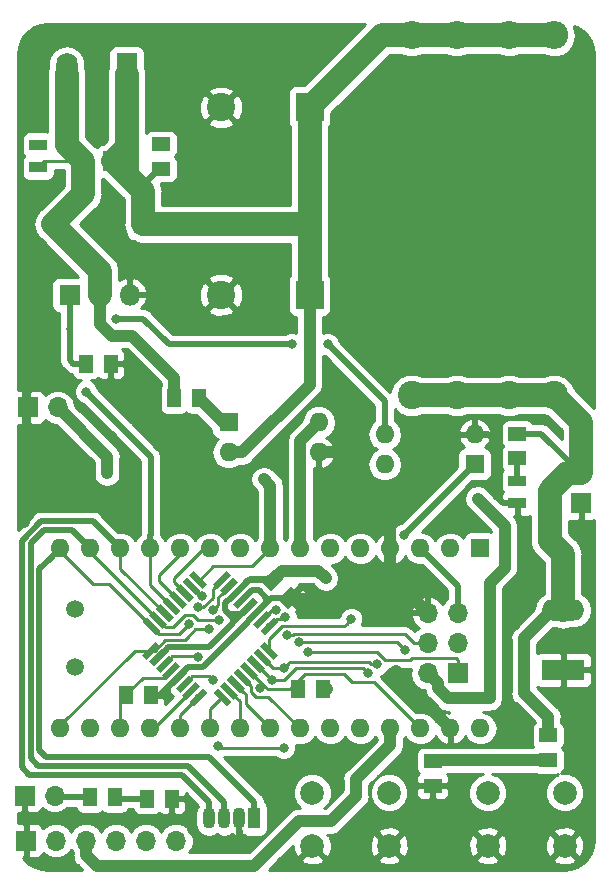
<source format=gbr>
G04 #@! TF.GenerationSoftware,KiCad,Pcbnew,5.0.0-rc2-dev-unknown-f73b9a5~65~ubuntu16.04.1*
G04 #@! TF.CreationDate,2018-05-13T13:10:50+02:00*
G04 #@! TF.ProjectId,Libreductioner,4C6962726564756374696F6E65722E6B,rev?*
G04 #@! TF.SameCoordinates,Original*
G04 #@! TF.FileFunction,Copper,L1,Top,Signal*
G04 #@! TF.FilePolarity,Positive*
%FSLAX46Y46*%
G04 Gerber Fmt 4.6, Leading zero omitted, Abs format (unit mm)*
G04 Created by KiCad (PCBNEW 5.0.0-rc2-dev-unknown-f73b9a5~65~ubuntu16.04.1) date Sun May 13 13:10:50 2018*
%MOMM*%
%LPD*%
G01*
G04 APERTURE LIST*
%ADD10R,1.600000X1.600000*%
%ADD11O,1.600000X1.600000*%
%ADD12O,1.700000X1.700000*%
%ADD13R,1.700000X1.700000*%
%ADD14C,1.500000*%
%ADD15R,1.800000X1.800000*%
%ADD16O,1.800000X1.800000*%
%ADD17R,2.400000X2.400000*%
%ADD18C,2.400000*%
%ADD19C,2.000000*%
%ADD20O,2.400000X2.400000*%
%ADD21R,1.145000X1.500000*%
%ADD22R,1.800000X3.600000*%
%ADD23O,1.800000X3.600000*%
%ADD24O,3.600000X1.800000*%
%ADD25R,3.600000X1.800000*%
%ADD26R,1.500000X1.145000*%
%ADD27R,1.500000X0.970000*%
%ADD28R,1.070000X1.800000*%
%ADD29O,1.070000X1.800000*%
%ADD30C,1.145000*%
%ADD31C,0.100000*%
%ADD32C,0.550000*%
%ADD33C,0.800000*%
%ADD34C,0.500000*%
%ADD35C,0.250000*%
%ADD36C,1.000000*%
%ADD37C,2.000000*%
%ADD38C,0.254000*%
G04 APERTURE END LIST*
D10*
X86487000Y-99187000D03*
D11*
X94107000Y-101727000D03*
X86487000Y-101727000D03*
X94107000Y-99187000D03*
X72237790Y-125109952D03*
X72237790Y-109869952D03*
X107797790Y-125109952D03*
X74777790Y-109869952D03*
X105257790Y-125109952D03*
X77317790Y-109869952D03*
X102717790Y-125109952D03*
X79857790Y-109869952D03*
X100177790Y-125109952D03*
X82397790Y-109869952D03*
X97637790Y-125109952D03*
X84937790Y-109869952D03*
X95097790Y-125109952D03*
X87477790Y-109869952D03*
X92557790Y-125109952D03*
X90017790Y-109869952D03*
X90017790Y-125109952D03*
X92557790Y-109869952D03*
X87477790Y-125109952D03*
X95097790Y-109869952D03*
X84937790Y-125109952D03*
X97637790Y-109869952D03*
X82397790Y-125109952D03*
X100177790Y-109869952D03*
X79857790Y-125109952D03*
X102717790Y-109869952D03*
X77317790Y-125109952D03*
X105257790Y-109869952D03*
X74777790Y-125109952D03*
D10*
X107797790Y-109869952D03*
D12*
X103352790Y-115330952D03*
X105892790Y-115330952D03*
X103352790Y-117870952D03*
X105892790Y-117870952D03*
X103352790Y-120410952D03*
D13*
X105892790Y-120410952D03*
D14*
X73507790Y-115002952D03*
X73507790Y-119902952D03*
D15*
X73025000Y-88392000D03*
D16*
X75565000Y-88392000D03*
X78105000Y-88392000D03*
D17*
X93345000Y-72517000D03*
D18*
X85845000Y-72517000D03*
X85845000Y-88392000D03*
D17*
X93345000Y-88392000D03*
D19*
X100076000Y-130537500D03*
X100076000Y-135037500D03*
X93576000Y-130537500D03*
X93576000Y-135037500D03*
X108435000Y-135037500D03*
X108435000Y-130537500D03*
X114935000Y-135037500D03*
X114935000Y-130537500D03*
D20*
X110236000Y-66421000D03*
D18*
X110236000Y-96901000D03*
X101981000Y-96901000D03*
D20*
X101981000Y-66421000D03*
D10*
X79248000Y-82423000D03*
D11*
X71628000Y-82423000D03*
D13*
X76708000Y-77089000D03*
D12*
X74168000Y-77089000D03*
D20*
X105791000Y-66421000D03*
D18*
X105791000Y-96901000D03*
X114046000Y-96901000D03*
D20*
X114046000Y-66421000D03*
D13*
X116332000Y-106045000D03*
D12*
X116332000Y-103505000D03*
D21*
X81862000Y-97155000D03*
X83947000Y-97155000D03*
X74422000Y-94234000D03*
X76507000Y-94234000D03*
X94442290Y-121807952D03*
X92357290Y-121807952D03*
D22*
X77851000Y-69723000D03*
D23*
X72771000Y-69723000D03*
D24*
X114808000Y-115062000D03*
D25*
X114808000Y-120142000D03*
D26*
X113538000Y-127788500D03*
X113538000Y-125703500D03*
X103759000Y-127862500D03*
X103759000Y-129947500D03*
D27*
X70358000Y-77602000D03*
X70358000Y-75692000D03*
D26*
X80772000Y-75639000D03*
X80772000Y-77724000D03*
D27*
X110934500Y-106050000D03*
X110934500Y-104140000D03*
D26*
X110934500Y-100150000D03*
X110934500Y-102235000D03*
D28*
X88646000Y-132715000D03*
D29*
X87376000Y-132715000D03*
X86106000Y-132715000D03*
X84836000Y-132715000D03*
D10*
X107315000Y-102743000D03*
D11*
X99695000Y-100203000D03*
X107315000Y-100203000D03*
X99695000Y-102743000D03*
D13*
X69342000Y-134620000D03*
D12*
X71882000Y-134620000D03*
X74422000Y-134620000D03*
X76962000Y-134620000D03*
X79502000Y-134620000D03*
X82042000Y-134620000D03*
D21*
X76835000Y-130937000D03*
X74750000Y-130937000D03*
X79576000Y-131064000D03*
X81661000Y-131064000D03*
D13*
X69215000Y-130810000D03*
D12*
X71755000Y-130810000D03*
D13*
X69469000Y-97917000D03*
D12*
X72009000Y-97917000D03*
D30*
X90169631Y-112561793D03*
D31*
G36*
X89234482Y-112687304D02*
X90295142Y-111626644D01*
X91104780Y-112436282D01*
X90044120Y-113496942D01*
X89234482Y-112687304D01*
X89234482Y-112687304D01*
G37*
D30*
X91643949Y-114036111D03*
D31*
G36*
X90708800Y-114161622D02*
X91769460Y-113100962D01*
X92579098Y-113910600D01*
X91518438Y-114971260D01*
X90708800Y-114161622D01*
X90708800Y-114161622D01*
G37*
D21*
X79904290Y-122315952D03*
X77819290Y-122315952D03*
D32*
X89922893Y-116464647D03*
D31*
G36*
X90294124Y-115704507D02*
X90683033Y-116093416D01*
X89551662Y-117224787D01*
X89162753Y-116835878D01*
X90294124Y-115704507D01*
X90294124Y-115704507D01*
G37*
D32*
X89357207Y-115898962D03*
D31*
G36*
X89728438Y-115138822D02*
X90117347Y-115527731D01*
X88985976Y-116659102D01*
X88597067Y-116270193D01*
X89728438Y-115138822D01*
X89728438Y-115138822D01*
G37*
D32*
X88791522Y-115333276D03*
D31*
G36*
X89162753Y-114573136D02*
X89551662Y-114962045D01*
X88420291Y-116093416D01*
X88031382Y-115704507D01*
X89162753Y-114573136D01*
X89162753Y-114573136D01*
G37*
D32*
X88225837Y-114767591D03*
D31*
G36*
X88597068Y-114007451D02*
X88985977Y-114396360D01*
X87854606Y-115527731D01*
X87465697Y-115138822D01*
X88597068Y-114007451D01*
X88597068Y-114007451D01*
G37*
D32*
X87660151Y-114201905D03*
D31*
G36*
X88031382Y-113441765D02*
X88420291Y-113830674D01*
X87288920Y-114962045D01*
X86900011Y-114573136D01*
X88031382Y-113441765D01*
X88031382Y-113441765D01*
G37*
D32*
X87094466Y-113636220D03*
D31*
G36*
X87465697Y-112876080D02*
X87854606Y-113264989D01*
X86723235Y-114396360D01*
X86334326Y-114007451D01*
X87465697Y-112876080D01*
X87465697Y-112876080D01*
G37*
D32*
X86528780Y-113070535D03*
D31*
G36*
X86900011Y-112310395D02*
X87288920Y-112699304D01*
X86157549Y-113830675D01*
X85768640Y-113441766D01*
X86900011Y-112310395D01*
X86900011Y-112310395D01*
G37*
D32*
X85963095Y-112504849D03*
D31*
G36*
X86334326Y-111744709D02*
X86723235Y-112133618D01*
X85591864Y-113264989D01*
X85202955Y-112876080D01*
X86334326Y-111744709D01*
X86334326Y-111744709D01*
G37*
D32*
X83912485Y-112504849D03*
D31*
G36*
X83152345Y-112133618D02*
X83541254Y-111744709D01*
X84672625Y-112876080D01*
X84283716Y-113264989D01*
X83152345Y-112133618D01*
X83152345Y-112133618D01*
G37*
D32*
X83346800Y-113070535D03*
D31*
G36*
X82586660Y-112699304D02*
X82975569Y-112310395D01*
X84106940Y-113441766D01*
X83718031Y-113830675D01*
X82586660Y-112699304D01*
X82586660Y-112699304D01*
G37*
D32*
X82781114Y-113636220D03*
D31*
G36*
X82020974Y-113264989D02*
X82409883Y-112876080D01*
X83541254Y-114007451D01*
X83152345Y-114396360D01*
X82020974Y-113264989D01*
X82020974Y-113264989D01*
G37*
D32*
X82215429Y-114201905D03*
D31*
G36*
X81455289Y-113830674D02*
X81844198Y-113441765D01*
X82975569Y-114573136D01*
X82586660Y-114962045D01*
X81455289Y-113830674D01*
X81455289Y-113830674D01*
G37*
D32*
X81649743Y-114767591D03*
D31*
G36*
X80889603Y-114396360D02*
X81278512Y-114007451D01*
X82409883Y-115138822D01*
X82020974Y-115527731D01*
X80889603Y-114396360D01*
X80889603Y-114396360D01*
G37*
D32*
X81084058Y-115333276D03*
D31*
G36*
X80323918Y-114962045D02*
X80712827Y-114573136D01*
X81844198Y-115704507D01*
X81455289Y-116093416D01*
X80323918Y-114962045D01*
X80323918Y-114962045D01*
G37*
D32*
X80518373Y-115898962D03*
D31*
G36*
X79758233Y-115527731D02*
X80147142Y-115138822D01*
X81278513Y-116270193D01*
X80889604Y-116659102D01*
X79758233Y-115527731D01*
X79758233Y-115527731D01*
G37*
D32*
X79952687Y-116464647D03*
D31*
G36*
X79192547Y-116093416D02*
X79581456Y-115704507D01*
X80712827Y-116835878D01*
X80323918Y-117224787D01*
X79192547Y-116093416D01*
X79192547Y-116093416D01*
G37*
D32*
X79952687Y-118515257D03*
D31*
G36*
X80323918Y-117755117D02*
X80712827Y-118144026D01*
X79581456Y-119275397D01*
X79192547Y-118886488D01*
X80323918Y-117755117D01*
X80323918Y-117755117D01*
G37*
D32*
X80518373Y-119080942D03*
D31*
G36*
X80889604Y-118320802D02*
X81278513Y-118709711D01*
X80147142Y-119841082D01*
X79758233Y-119452173D01*
X80889604Y-118320802D01*
X80889604Y-118320802D01*
G37*
D32*
X81084058Y-119646628D03*
D31*
G36*
X81455289Y-118886488D02*
X81844198Y-119275397D01*
X80712827Y-120406768D01*
X80323918Y-120017859D01*
X81455289Y-118886488D01*
X81455289Y-118886488D01*
G37*
D32*
X81649743Y-120212313D03*
D31*
G36*
X82020974Y-119452173D02*
X82409883Y-119841082D01*
X81278512Y-120972453D01*
X80889603Y-120583544D01*
X82020974Y-119452173D01*
X82020974Y-119452173D01*
G37*
D32*
X82215429Y-120777999D03*
D31*
G36*
X82586660Y-120017859D02*
X82975569Y-120406768D01*
X81844198Y-121538139D01*
X81455289Y-121149230D01*
X82586660Y-120017859D01*
X82586660Y-120017859D01*
G37*
D32*
X82781114Y-121343684D03*
D31*
G36*
X83152345Y-120583544D02*
X83541254Y-120972453D01*
X82409883Y-122103824D01*
X82020974Y-121714915D01*
X83152345Y-120583544D01*
X83152345Y-120583544D01*
G37*
D32*
X83346800Y-121909369D03*
D31*
G36*
X83718031Y-121149229D02*
X84106940Y-121538138D01*
X82975569Y-122669509D01*
X82586660Y-122280600D01*
X83718031Y-121149229D01*
X83718031Y-121149229D01*
G37*
D32*
X83912485Y-122475055D03*
D31*
G36*
X84283716Y-121714915D02*
X84672625Y-122103824D01*
X83541254Y-123235195D01*
X83152345Y-122846286D01*
X84283716Y-121714915D01*
X84283716Y-121714915D01*
G37*
D32*
X85963095Y-122475055D03*
D31*
G36*
X85202955Y-122103824D02*
X85591864Y-121714915D01*
X86723235Y-122846286D01*
X86334326Y-123235195D01*
X85202955Y-122103824D01*
X85202955Y-122103824D01*
G37*
D32*
X86528780Y-121909369D03*
D31*
G36*
X85768640Y-121538138D02*
X86157549Y-121149229D01*
X87288920Y-122280600D01*
X86900011Y-122669509D01*
X85768640Y-121538138D01*
X85768640Y-121538138D01*
G37*
D32*
X87094466Y-121343684D03*
D31*
G36*
X86334326Y-120972453D02*
X86723235Y-120583544D01*
X87854606Y-121714915D01*
X87465697Y-122103824D01*
X86334326Y-120972453D01*
X86334326Y-120972453D01*
G37*
D32*
X87660151Y-120777999D03*
D31*
G36*
X86900011Y-120406768D02*
X87288920Y-120017859D01*
X88420291Y-121149230D01*
X88031382Y-121538139D01*
X86900011Y-120406768D01*
X86900011Y-120406768D01*
G37*
D32*
X88225837Y-120212313D03*
D31*
G36*
X87465697Y-119841082D02*
X87854606Y-119452173D01*
X88985977Y-120583544D01*
X88597068Y-120972453D01*
X87465697Y-119841082D01*
X87465697Y-119841082D01*
G37*
D32*
X88791522Y-119646628D03*
D31*
G36*
X88031382Y-119275397D02*
X88420291Y-118886488D01*
X89551662Y-120017859D01*
X89162753Y-120406768D01*
X88031382Y-119275397D01*
X88031382Y-119275397D01*
G37*
D32*
X89357207Y-119080942D03*
D31*
G36*
X88597067Y-118709711D02*
X88985976Y-118320802D01*
X90117347Y-119452173D01*
X89728438Y-119841082D01*
X88597067Y-118709711D01*
X88597067Y-118709711D01*
G37*
D32*
X89922893Y-118515257D03*
D31*
G36*
X89162753Y-118144026D02*
X89551662Y-117755117D01*
X90683033Y-118886488D01*
X90294124Y-119275397D01*
X89162753Y-118144026D01*
X89162753Y-118144026D01*
G37*
D33*
X96875790Y-115838952D03*
X101346000Y-108712000D03*
X89128790Y-121680952D03*
X79576000Y-131064000D03*
X85177955Y-121022797D03*
X103759000Y-127862500D03*
X100685790Y-120283952D03*
X80111790Y-122315952D03*
X103759000Y-129947500D03*
X110934500Y-106050000D03*
X69469000Y-90932000D03*
X69469000Y-86106000D03*
X70866000Y-66421000D03*
X82550000Y-66294000D03*
X95504000Y-66294000D03*
X100203000Y-70739000D03*
X114427000Y-70739000D03*
X115443000Y-92329000D03*
X101219000Y-92456000D03*
X69215000Y-107696000D03*
X76507000Y-94234000D03*
X83907459Y-119062964D03*
X94716784Y-112409958D03*
X94749790Y-121807952D03*
X107569000Y-105664000D03*
X76200000Y-103505000D03*
X74422000Y-96589002D03*
X84219250Y-113881172D03*
X89482000Y-104013000D03*
X83900850Y-114838586D03*
X85191790Y-115076952D03*
X90496805Y-115099443D03*
X91292254Y-115705483D03*
X98272790Y-120410952D03*
X90193894Y-121039664D03*
X99094898Y-119692030D03*
X91160782Y-126746000D03*
X85598000Y-126619000D03*
X91202985Y-119955538D03*
X85699790Y-115965952D03*
X91414788Y-117155494D03*
X101447790Y-118505952D03*
X84810790Y-116727952D03*
X92476100Y-117816617D03*
X93192786Y-118632952D03*
X83108658Y-116261765D03*
X81862000Y-97155000D03*
X94869000Y-92583000D03*
X91821000Y-92583000D03*
X76962000Y-90424000D03*
X74422000Y-94234000D03*
X80772000Y-75639000D03*
X70358000Y-75692000D03*
D34*
X101745999Y-108312001D02*
X107315000Y-102743000D01*
X101346000Y-108712000D02*
X101745999Y-108312001D01*
D35*
X96284258Y-116430484D02*
X96475791Y-116238951D01*
X91020256Y-116430484D02*
X96284258Y-116430484D01*
X89922893Y-117527847D02*
X91020256Y-116430484D01*
X89922893Y-118515257D02*
X89922893Y-117527847D01*
X96475791Y-116238951D02*
X96875790Y-115838952D01*
X88225837Y-120212313D02*
X89186476Y-121172952D01*
X89128790Y-121680952D02*
X89186476Y-121623266D01*
X89186476Y-121623266D02*
X89186476Y-121172952D01*
D34*
X102717790Y-109869952D02*
X105892790Y-113044952D01*
X105892790Y-113044952D02*
X105892790Y-115330952D01*
D35*
X96240790Y-120537952D02*
X96897836Y-121194998D01*
X98802836Y-121194998D02*
X101917791Y-124309953D01*
X92938790Y-120537952D02*
X96240790Y-120537952D01*
X96897836Y-121194998D02*
X98802836Y-121194998D01*
X101917791Y-124309953D02*
X102717790Y-125109952D01*
X91668790Y-121807952D02*
X92938790Y-120537952D01*
X89186476Y-121172952D02*
X89821476Y-121807952D01*
X89821476Y-121807952D02*
X90297000Y-121807952D01*
X90297000Y-121807952D02*
X92357290Y-121807952D01*
X90297000Y-121807952D02*
X91668790Y-121807952D01*
X92557790Y-125109952D02*
X89853791Y-122405953D01*
X88296546Y-121414394D02*
X87660151Y-120777999D01*
X88403789Y-121521637D02*
X88296546Y-121414394D01*
X88403789Y-122028953D02*
X88403789Y-121521637D01*
X88780789Y-122405953D02*
X88403789Y-122028953D01*
X89853791Y-122405953D02*
X88780789Y-122405953D01*
X87953778Y-122202996D02*
X87730861Y-121980079D01*
X87730861Y-121980079D02*
X87094466Y-121343684D01*
X90017790Y-125109952D02*
X87953778Y-123045940D01*
X87953778Y-123045940D02*
X87953778Y-122202996D01*
X90017790Y-125109952D02*
X90017790Y-124982952D01*
X87477790Y-125109952D02*
X87477790Y-122823952D01*
X87477790Y-122823952D02*
X86563207Y-121909369D01*
X86563207Y-121909369D02*
X86528780Y-121909369D01*
X87477790Y-125109952D02*
X87096790Y-125109952D01*
X84937790Y-125109952D02*
X84937790Y-123500360D01*
X84937790Y-123500360D02*
X85963095Y-122475055D01*
X82397790Y-125109952D02*
X82397790Y-123989750D01*
X82397790Y-123989750D02*
X83912485Y-122475055D01*
X82397790Y-125109952D02*
X81762790Y-125109952D01*
D34*
X76962000Y-131064000D02*
X76835000Y-130937000D01*
X79576000Y-131064000D02*
X76962000Y-131064000D01*
D35*
X79857790Y-125109952D02*
X80146217Y-125109952D01*
X80146217Y-125109952D02*
X83346800Y-121909369D01*
X79857790Y-125109952D02*
X79349790Y-125109952D01*
X83417509Y-120707289D02*
X84862447Y-120707289D01*
X82781114Y-121343684D02*
X83417509Y-120707289D01*
X84862447Y-120707289D02*
X85177955Y-121022797D01*
D36*
X103833000Y-127788500D02*
X103759000Y-127862500D01*
X113538000Y-127788500D02*
X103833000Y-127788500D01*
X105257790Y-125109952D02*
X100685790Y-120537952D01*
X100685790Y-120537952D02*
X100685790Y-120283952D01*
X102204673Y-114182835D02*
X103352790Y-115330952D01*
D34*
X83080463Y-119912965D02*
X84315460Y-119912965D01*
X84315460Y-119912965D02*
X88155127Y-116073298D01*
X88155127Y-116073298D02*
X88155127Y-115969671D01*
X82215429Y-120777999D02*
X83080463Y-119912965D01*
X88155127Y-115969671D02*
X88791522Y-115333276D01*
D36*
X100177790Y-109869952D02*
X100177790Y-112155952D01*
X100177790Y-112155952D02*
X103352790Y-115330952D01*
D34*
X80111790Y-122315952D02*
X80677476Y-122315952D01*
X80677476Y-122315952D02*
X82215429Y-120777999D01*
X80111790Y-122315952D02*
X79986790Y-122315952D01*
D35*
X82215429Y-120777999D02*
X82498255Y-120777999D01*
X80111790Y-122315952D02*
X80236790Y-122315952D01*
D34*
X108446370Y-100203000D02*
X107315000Y-100203000D01*
X110934500Y-106050000D02*
X109684500Y-106050000D01*
X109081370Y-105446870D02*
X109081370Y-100838000D01*
X109684500Y-106050000D02*
X109081370Y-105446870D01*
X109081370Y-100838000D02*
X108446370Y-100203000D01*
D36*
X100177790Y-108738582D02*
X100177790Y-109869952D01*
X100177790Y-106042786D02*
X100177790Y-108738582D01*
X95862004Y-101727000D02*
X100177790Y-106042786D01*
X94107000Y-101727000D02*
X95862004Y-101727000D01*
D34*
X82733500Y-131064000D02*
X83185000Y-131515500D01*
X81661000Y-131064000D02*
X82733500Y-131064000D01*
X83185000Y-131515500D02*
X83185000Y-133731000D01*
X83185000Y-133731000D02*
X84201000Y-134747000D01*
X84201000Y-134747000D02*
X86995000Y-134747000D01*
X87376000Y-134366000D02*
X87376000Y-132715000D01*
X86995000Y-134747000D02*
X87376000Y-134366000D01*
X69469000Y-90932000D02*
X69469000Y-86106000D01*
X82423000Y-66421000D02*
X82550000Y-66294000D01*
X70866000Y-66421000D02*
X82423000Y-66421000D01*
X100203000Y-70739000D02*
X114427000Y-70739000D01*
X69215000Y-91186000D02*
X69469000Y-90932000D01*
X69215000Y-98171000D02*
X69469000Y-97917000D01*
X69215000Y-99187000D02*
X69215000Y-98171000D01*
X69215000Y-107696000D02*
X69215000Y-99187000D01*
X69215000Y-99187000D02*
X69215000Y-91186000D01*
X87660151Y-114201905D02*
X88451056Y-113411000D01*
X88451056Y-113411000D02*
X89027000Y-113411000D01*
X89027000Y-113411000D02*
X89662000Y-114046000D01*
X89662000Y-114462798D02*
X88791522Y-115333276D01*
X89662000Y-114046000D02*
X89662000Y-114462798D01*
X91643949Y-114036111D02*
X90088687Y-114036111D01*
X90088687Y-114036111D02*
X89662000Y-114462798D01*
D36*
X91790673Y-114182835D02*
X102204673Y-114182835D01*
D35*
X81649743Y-120212313D02*
X81013348Y-120848708D01*
X81013348Y-120848708D02*
X79204034Y-120848708D01*
X79204034Y-120848708D02*
X77736790Y-122315952D01*
X77736790Y-122315952D02*
X77611790Y-122315952D01*
X77317790Y-125109952D02*
X77317790Y-122609952D01*
X77317790Y-122609952D02*
X77611790Y-122315952D01*
X77317790Y-125109952D02*
X77317790Y-124544266D01*
X77317790Y-125109952D02*
X77317790Y-124982952D01*
X81720453Y-119010233D02*
X83854728Y-119010233D01*
X83854728Y-119010233D02*
X83907459Y-119062964D01*
X81084058Y-119646628D02*
X81720453Y-119010233D01*
D36*
X94749790Y-121807952D02*
X94849790Y-121807952D01*
D34*
X84837790Y-118212954D02*
X81386361Y-118212954D01*
X81154768Y-118444547D02*
X80518373Y-119080942D01*
X86900476Y-116150268D02*
X84837790Y-118212954D01*
X81386361Y-118212954D02*
X81154768Y-118444547D01*
X86900476Y-116092952D02*
X86900476Y-116150268D01*
X87094466Y-113636220D02*
X88315617Y-112415069D01*
X88315617Y-112415069D02*
X90022907Y-112415069D01*
X86900476Y-116092952D02*
X86900476Y-115769638D01*
X86900476Y-115769638D02*
X86207790Y-115076952D01*
X88225837Y-114767591D02*
X86900476Y-116092952D01*
X86207790Y-115076952D02*
X86542893Y-115412055D01*
X86542893Y-115412055D02*
X87581373Y-115412055D01*
X87581373Y-115412055D02*
X87589442Y-115403986D01*
X87589442Y-115403986D02*
X88225837Y-114767591D01*
X86207790Y-114522896D02*
X86207790Y-115076952D01*
X87094466Y-113636220D02*
X86207790Y-114522896D01*
D36*
X104202789Y-121260951D02*
X103352790Y-120410952D01*
X109855000Y-107950000D02*
X109855000Y-111506000D01*
X109855000Y-111506000D02*
X108585000Y-112776000D01*
X108585000Y-112776000D02*
X108585000Y-122555000D01*
X108585000Y-122555000D02*
X105076836Y-122555000D01*
X105076836Y-122555000D02*
X104202789Y-121680953D01*
X104202789Y-121680953D02*
X104202789Y-121260951D01*
X109855000Y-107950000D02*
X108077000Y-106172000D01*
X108077000Y-106172000D02*
X107569000Y-105664000D01*
X97282000Y-130810000D02*
X97282000Y-129413000D01*
X95123000Y-132969000D02*
X97282000Y-130810000D01*
X92414501Y-132969000D02*
X95123000Y-132969000D01*
X88646000Y-136737501D02*
X92414501Y-132969000D01*
X97282000Y-129413000D02*
X100177790Y-126517210D01*
X75337420Y-136737501D02*
X88646000Y-136737501D01*
X74422000Y-135822081D02*
X75337420Y-136737501D01*
X100177790Y-126517210D02*
X100177790Y-125109952D01*
X74422000Y-134620000D02*
X74422000Y-135822081D01*
X76200000Y-102108000D02*
X72009000Y-97917000D01*
X76200000Y-103505000D02*
X76200000Y-102108000D01*
D34*
X88315617Y-112415069D02*
X88371931Y-112415069D01*
X88168893Y-112561793D02*
X87094466Y-113636220D01*
X90169631Y-112561793D02*
X88168893Y-112561793D01*
D36*
X90169631Y-112561793D02*
X90971424Y-111760000D01*
X94066826Y-111760000D02*
X94716784Y-112409958D01*
X90971424Y-111760000D02*
X94066826Y-111760000D01*
D35*
X77317790Y-109869952D02*
X77317790Y-111567008D01*
X77317790Y-111567008D02*
X81084058Y-115333276D01*
X77317790Y-109869952D02*
X77063790Y-109869952D01*
D34*
X70600002Y-107569000D02*
X75016838Y-107569000D01*
X68961000Y-128397000D02*
X68961000Y-109208002D01*
X75016838Y-107569000D02*
X77317790Y-109869952D01*
X68961000Y-109208002D02*
X70600002Y-107569000D01*
X84836000Y-131315000D02*
X82553000Y-129032000D01*
X84836000Y-132715000D02*
X84836000Y-131315000D01*
X69596000Y-129032000D02*
X68961000Y-128397000D01*
X82553000Y-129032000D02*
X69596000Y-129032000D01*
D35*
X79857790Y-109869952D02*
X79857790Y-112975638D01*
X79857790Y-112975638D02*
X81649743Y-114767591D01*
D34*
X79857790Y-108738582D02*
X79883000Y-108713372D01*
X79857790Y-109869952D02*
X79857790Y-108738582D01*
X77654998Y-99879998D02*
X79883000Y-102108000D01*
X77654998Y-99822000D02*
X77654998Y-99879998D01*
X77654998Y-99822000D02*
X74422000Y-96589002D01*
X79883000Y-108713372D02*
X79883000Y-102108000D01*
D35*
X82397790Y-109869952D02*
X82397790Y-110377952D01*
X82397790Y-110377952D02*
X80619790Y-112155952D01*
X80619790Y-112155952D02*
X80619790Y-112606266D01*
X80619790Y-112606266D02*
X82215429Y-114201905D01*
X84937790Y-109869952D02*
X84429790Y-109869952D01*
X84429790Y-109869952D02*
X81889790Y-112409952D01*
X81889790Y-112409952D02*
X81889790Y-112744896D01*
X81889790Y-112744896D02*
X82781114Y-113636220D01*
X83346800Y-113070535D02*
X84157437Y-113881172D01*
X84157437Y-113881172D02*
X84219250Y-113881172D01*
X83912485Y-112504849D02*
X84080893Y-112504849D01*
X84080893Y-112504849D02*
X85191790Y-111393952D01*
X85191790Y-111393952D02*
X88493790Y-111393952D01*
X88493790Y-111393952D02*
X90017790Y-109869952D01*
D36*
X90017790Y-109869952D02*
X90017790Y-104548790D01*
X90017790Y-104548790D02*
X89482000Y-104013000D01*
D35*
X84357154Y-114838586D02*
X83900850Y-114838586D01*
X85141778Y-113326166D02*
X85141778Y-114053962D01*
X85141778Y-114053962D02*
X84357154Y-114838586D01*
X85963095Y-112504849D02*
X85141778Y-113326166D01*
X85191790Y-115076952D02*
X85591789Y-114676953D01*
X85591789Y-114676953D02*
X85591789Y-114007526D01*
X85591789Y-114007526D02*
X85892385Y-113706930D01*
X85892385Y-113706930D02*
X86528780Y-113070535D01*
D36*
X92557790Y-100736210D02*
X92557790Y-109869952D01*
X94107000Y-99187000D02*
X92557790Y-100736210D01*
D35*
X89357207Y-115898962D02*
X90156726Y-115099443D01*
X90156726Y-115099443D02*
X90496805Y-115099443D01*
X91173292Y-115824445D02*
X91292254Y-115705483D01*
X91169485Y-115828252D02*
X91173292Y-115824445D01*
X90559288Y-115828252D02*
X91169485Y-115828252D01*
X89922893Y-116464647D02*
X90559288Y-115828252D01*
X90184558Y-121039664D02*
X90193894Y-121039664D01*
X88791522Y-119646628D02*
X90184558Y-121039664D01*
X91154812Y-121039664D02*
X92183523Y-120010953D01*
X92183523Y-120010953D02*
X97872791Y-120010953D01*
X90193894Y-121039664D02*
X91154812Y-121039664D01*
X97872791Y-120010953D02*
X98272790Y-120410952D01*
X91160782Y-126746000D02*
X85725000Y-126746000D01*
X85725000Y-126746000D02*
X85598000Y-126619000D01*
X90637300Y-119955538D02*
X91202985Y-119955538D01*
X98351839Y-119514656D02*
X91643867Y-119514656D01*
X91643867Y-119514656D02*
X91602984Y-119555539D01*
X91602984Y-119555539D02*
X91202985Y-119955538D01*
X90231803Y-119955538D02*
X90637300Y-119955538D01*
X98529213Y-119692030D02*
X98351839Y-119514656D01*
X99094898Y-119692030D02*
X98529213Y-119692030D01*
X89357207Y-119080942D02*
X90231803Y-119955538D01*
X81762064Y-116535357D02*
X82760657Y-115536764D01*
X83885847Y-115965952D02*
X85134105Y-115965952D01*
X82760657Y-115536764D02*
X83456659Y-115536764D01*
X85134105Y-115965952D02*
X85699790Y-115965952D01*
X81154768Y-116535357D02*
X81762064Y-116535357D01*
X83456659Y-115536764D02*
X83885847Y-115965952D01*
X80518373Y-115898962D02*
X81154768Y-116535357D01*
X74777790Y-109869952D02*
X74777790Y-110158379D01*
X74777790Y-110158379D02*
X80518373Y-115898962D01*
D34*
X69723000Y-109435967D02*
X70827967Y-108331000D01*
X69723000Y-127635000D02*
X69723000Y-109435967D01*
X70827967Y-108331000D02*
X73238838Y-108331000D01*
X73238838Y-108331000D02*
X74777790Y-109869952D01*
X86106000Y-131315000D02*
X83061000Y-128270000D01*
X86106000Y-132715000D02*
X86106000Y-131315000D01*
X70358000Y-128270000D02*
X69723000Y-127635000D01*
X83061000Y-128270000D02*
X70358000Y-128270000D01*
D35*
X92824102Y-117091615D02*
X92044352Y-117091615D01*
X101388709Y-117108952D02*
X92841439Y-117108952D01*
X103352790Y-117870952D02*
X102150709Y-117870952D01*
X102150709Y-117870952D02*
X101388709Y-117108952D01*
X92044352Y-117091615D02*
X91980473Y-117155494D01*
X91980473Y-117155494D02*
X91414788Y-117155494D01*
X92841439Y-117108952D02*
X92824102Y-117091615D01*
X83032790Y-117362952D02*
X83667790Y-116727952D01*
X83667790Y-116727952D02*
X84810790Y-116727952D01*
X79952687Y-118515257D02*
X80235514Y-118515257D01*
X81112827Y-117637944D02*
X82757798Y-117637944D01*
X80235514Y-118515257D02*
X81112827Y-117637944D01*
X82757798Y-117637944D02*
X83032790Y-117362952D01*
X72237790Y-124855952D02*
X78460790Y-118632952D01*
X72237790Y-125109952D02*
X72237790Y-124855952D01*
X78578485Y-118515257D02*
X78460790Y-118632952D01*
X78578485Y-118515257D02*
X79952687Y-118515257D01*
X72237790Y-125109952D02*
X72237790Y-124982952D01*
X101447790Y-118505952D02*
X100758455Y-117816617D01*
X93041785Y-117816617D02*
X92476100Y-117816617D01*
X100758455Y-117816617D02*
X93041785Y-117816617D01*
X99749559Y-119300951D02*
X99081560Y-118632952D01*
X93758471Y-118632952D02*
X93192786Y-118632952D01*
X105741789Y-119159951D02*
X101993793Y-119159951D01*
X99081560Y-118632952D02*
X93758471Y-118632952D01*
X101852793Y-119300951D02*
X99749559Y-119300951D01*
X105892790Y-120410952D02*
X105892790Y-119310952D01*
X101993793Y-119159951D02*
X101852793Y-119300951D01*
X105892790Y-119310952D02*
X105741789Y-119159951D01*
X79952687Y-116464647D02*
X80589082Y-117101042D01*
X80589082Y-117101042D02*
X82269381Y-117101042D01*
X82708659Y-116661764D02*
X83108658Y-116261765D01*
X82269381Y-117101042D02*
X82708659Y-116661764D01*
X72237790Y-109869952D02*
X72237790Y-110123952D01*
X72237790Y-110123952D02*
X75031790Y-112917952D01*
X75031790Y-112917952D02*
X76405992Y-112917952D01*
X76405992Y-112917952D02*
X79952687Y-116464647D01*
D34*
X70474742Y-126934989D02*
X70474742Y-111633000D01*
X71437791Y-110669951D02*
X72237790Y-109869952D01*
X70474742Y-111633000D02*
X71437791Y-110669951D01*
X88646000Y-131315000D02*
X84839000Y-127508000D01*
X88646000Y-132715000D02*
X88646000Y-131315000D01*
X71047753Y-127508000D02*
X70474742Y-126934989D01*
X84839000Y-127508000D02*
X71047753Y-127508000D01*
D37*
X72771000Y-75692000D02*
X74168000Y-77089000D01*
X72771000Y-69723000D02*
X72771000Y-75692000D01*
X75565000Y-86360000D02*
X71628000Y-82423000D01*
X75565000Y-88392000D02*
X75565000Y-86360000D01*
D36*
X75565000Y-90858000D02*
X76581000Y-91874000D01*
X81862000Y-97155000D02*
X81862000Y-95405000D01*
X81862000Y-95405000D02*
X78331000Y-91874000D01*
X78331000Y-91874000D02*
X76581000Y-91874000D01*
X75565000Y-88392000D02*
X75565000Y-90858000D01*
D37*
X74168000Y-79883000D02*
X71628000Y-82423000D01*
X74168000Y-77089000D02*
X74168000Y-79883000D01*
D35*
X70871000Y-77089000D02*
X70358000Y-77602000D01*
X74168000Y-77089000D02*
X70871000Y-77089000D01*
D37*
X114808000Y-115062000D02*
X114808000Y-110363000D01*
X114808000Y-110363000D02*
X113665000Y-109220000D01*
X115129919Y-103505000D02*
X116332000Y-103505000D01*
X113665000Y-104969919D02*
X115129919Y-103505000D01*
X113665000Y-109220000D02*
X113665000Y-104969919D01*
X101981000Y-96901000D02*
X105791000Y-96901000D01*
X105791000Y-96901000D02*
X110236000Y-96901000D01*
X110236000Y-96901000D02*
X114046000Y-96901000D01*
D34*
X112977000Y-100150000D02*
X116332000Y-103505000D01*
X110934500Y-100150000D02*
X112977000Y-100150000D01*
D36*
X113538000Y-124131000D02*
X111506000Y-122099000D01*
X113538000Y-125703500D02*
X113538000Y-124131000D01*
X113908000Y-115062000D02*
X114808000Y-115062000D01*
X111506000Y-117464000D02*
X113908000Y-115062000D01*
X111506000Y-122099000D02*
X111506000Y-117464000D01*
D37*
X116332000Y-99187000D02*
X114046000Y-96901000D01*
X116332000Y-103505000D02*
X116332000Y-99187000D01*
D36*
X86487000Y-99187000D02*
X85979000Y-99187000D01*
X85979000Y-99187000D02*
X83947000Y-97155000D01*
D37*
X77851000Y-75946000D02*
X76708000Y-77089000D01*
X114046000Y-66421000D02*
X110236000Y-66421000D01*
X110236000Y-66421000D02*
X105791000Y-66421000D01*
X105791000Y-66421000D02*
X101981000Y-66421000D01*
X99441000Y-66421000D02*
X93345000Y-72517000D01*
X101981000Y-66421000D02*
X99441000Y-66421000D01*
X93091000Y-82423000D02*
X93345000Y-82169000D01*
X79248000Y-82423000D02*
X93091000Y-82423000D01*
X93345000Y-82169000D02*
X93345000Y-88392000D01*
X93345000Y-72517000D02*
X93345000Y-82169000D01*
D34*
X77851000Y-73152000D02*
X77851000Y-73279000D01*
D37*
X77851000Y-73279000D02*
X77851000Y-75946000D01*
X77851000Y-69723000D02*
X77851000Y-73152000D01*
X77851000Y-69723000D02*
X77851000Y-73279000D01*
X79248000Y-82423000D02*
X79248000Y-79629000D01*
X77851000Y-73152000D02*
X77851000Y-78232000D01*
X77851000Y-78232000D02*
X79248000Y-79629000D01*
X79248000Y-79629000D02*
X76708000Y-77089000D01*
D36*
X93345000Y-88392000D02*
X93345000Y-94488000D01*
X87618370Y-101727000D02*
X93345000Y-96000370D01*
X86487000Y-101727000D02*
X87618370Y-101727000D01*
X93345000Y-96000370D02*
X93345000Y-94488000D01*
D34*
X79248000Y-79070500D02*
X79248000Y-79629000D01*
X80594500Y-77724000D02*
X79248000Y-79070500D01*
X80772000Y-77724000D02*
X80594500Y-77724000D01*
X110934500Y-104140000D02*
X110934500Y-102235000D01*
X99695000Y-97409000D02*
X94869000Y-92583000D01*
X99695000Y-100203000D02*
X99695000Y-97409000D01*
X91821000Y-92583000D02*
X91255315Y-92583000D01*
X91255315Y-92583000D02*
X81407000Y-92583000D01*
X79248000Y-90424000D02*
X76962000Y-90424000D01*
X81407000Y-92583000D02*
X79248000Y-90424000D01*
X73349500Y-94234000D02*
X73025000Y-93909500D01*
X74422000Y-94234000D02*
X73349500Y-94234000D01*
X73003000Y-91313000D02*
X73025000Y-91313000D01*
X73025000Y-93909500D02*
X73025000Y-91313000D01*
X73025000Y-91313000D02*
X73025000Y-88392000D01*
X71882000Y-130937000D02*
X71755000Y-130810000D01*
X74750000Y-130937000D02*
X71882000Y-130937000D01*
D38*
G36*
X116459000Y-105918000D02*
X116479000Y-105918000D01*
X116479000Y-106172000D01*
X116459000Y-106172000D01*
X116459000Y-107371250D01*
X116617750Y-107530000D01*
X117308310Y-107530000D01*
X117400000Y-107492021D01*
X117400000Y-134580307D01*
X117334401Y-135165130D01*
X117154003Y-135683165D01*
X116863315Y-136148364D01*
X116476790Y-136537597D01*
X116013633Y-136831525D01*
X115496865Y-137015538D01*
X114914342Y-137085000D01*
X89903632Y-137085000D01*
X90798600Y-136190032D01*
X92603073Y-136190032D01*
X92701736Y-136456887D01*
X93311461Y-136683408D01*
X93961460Y-136659356D01*
X94450264Y-136456887D01*
X94548927Y-136190032D01*
X99103073Y-136190032D01*
X99201736Y-136456887D01*
X99811461Y-136683408D01*
X100461460Y-136659356D01*
X100950264Y-136456887D01*
X101048927Y-136190032D01*
X107462073Y-136190032D01*
X107560736Y-136456887D01*
X108170461Y-136683408D01*
X108820460Y-136659356D01*
X109309264Y-136456887D01*
X109407927Y-136190032D01*
X113962073Y-136190032D01*
X114060736Y-136456887D01*
X114670461Y-136683408D01*
X115320460Y-136659356D01*
X115809264Y-136456887D01*
X115907927Y-136190032D01*
X114935000Y-135217105D01*
X113962073Y-136190032D01*
X109407927Y-136190032D01*
X108435000Y-135217105D01*
X107462073Y-136190032D01*
X101048927Y-136190032D01*
X100076000Y-135217105D01*
X99103073Y-136190032D01*
X94548927Y-136190032D01*
X93576000Y-135217105D01*
X92603073Y-136190032D01*
X90798600Y-136190032D01*
X91940282Y-135048350D01*
X91954144Y-135422960D01*
X92156613Y-135911764D01*
X92423468Y-136010427D01*
X93396395Y-135037500D01*
X93382253Y-135023358D01*
X93561858Y-134843753D01*
X93576000Y-134857895D01*
X93590143Y-134843753D01*
X93769748Y-135023358D01*
X93755605Y-135037500D01*
X94728532Y-136010427D01*
X94995387Y-135911764D01*
X95221908Y-135302039D01*
X95202331Y-134772961D01*
X98430092Y-134772961D01*
X98454144Y-135422960D01*
X98656613Y-135911764D01*
X98923468Y-136010427D01*
X99896395Y-135037500D01*
X100255605Y-135037500D01*
X101228532Y-136010427D01*
X101495387Y-135911764D01*
X101721908Y-135302039D01*
X101702331Y-134772961D01*
X106789092Y-134772961D01*
X106813144Y-135422960D01*
X107015613Y-135911764D01*
X107282468Y-136010427D01*
X108255395Y-135037500D01*
X108614605Y-135037500D01*
X109587532Y-136010427D01*
X109854387Y-135911764D01*
X110080908Y-135302039D01*
X110061331Y-134772961D01*
X113289092Y-134772961D01*
X113313144Y-135422960D01*
X113515613Y-135911764D01*
X113782468Y-136010427D01*
X114755395Y-135037500D01*
X115114605Y-135037500D01*
X116087532Y-136010427D01*
X116354387Y-135911764D01*
X116580908Y-135302039D01*
X116556856Y-134652040D01*
X116354387Y-134163236D01*
X116087532Y-134064573D01*
X115114605Y-135037500D01*
X114755395Y-135037500D01*
X113782468Y-134064573D01*
X113515613Y-134163236D01*
X113289092Y-134772961D01*
X110061331Y-134772961D01*
X110056856Y-134652040D01*
X109854387Y-134163236D01*
X109587532Y-134064573D01*
X108614605Y-135037500D01*
X108255395Y-135037500D01*
X107282468Y-134064573D01*
X107015613Y-134163236D01*
X106789092Y-134772961D01*
X101702331Y-134772961D01*
X101697856Y-134652040D01*
X101495387Y-134163236D01*
X101228532Y-134064573D01*
X100255605Y-135037500D01*
X99896395Y-135037500D01*
X98923468Y-134064573D01*
X98656613Y-134163236D01*
X98430092Y-134772961D01*
X95202331Y-134772961D01*
X95197856Y-134652040D01*
X94995387Y-134163236D01*
X94835171Y-134104000D01*
X95011217Y-134104000D01*
X95123000Y-134126235D01*
X95234783Y-134104000D01*
X95565855Y-134038146D01*
X95795102Y-133884968D01*
X99103073Y-133884968D01*
X100076000Y-134857895D01*
X101048927Y-133884968D01*
X107462073Y-133884968D01*
X108435000Y-134857895D01*
X109407927Y-133884968D01*
X113962073Y-133884968D01*
X114935000Y-134857895D01*
X115907927Y-133884968D01*
X115809264Y-133618113D01*
X115199539Y-133391592D01*
X114549540Y-133415644D01*
X114060736Y-133618113D01*
X113962073Y-133884968D01*
X109407927Y-133884968D01*
X109309264Y-133618113D01*
X108699539Y-133391592D01*
X108049540Y-133415644D01*
X107560736Y-133618113D01*
X107462073Y-133884968D01*
X101048927Y-133884968D01*
X100950264Y-133618113D01*
X100340539Y-133391592D01*
X99690540Y-133415644D01*
X99201736Y-133618113D01*
X99103073Y-133884968D01*
X95795102Y-133884968D01*
X95941289Y-133787289D01*
X96004613Y-133692518D01*
X98005521Y-131691611D01*
X98100289Y-131628289D01*
X98351146Y-131252855D01*
X98370549Y-131155309D01*
X98439235Y-130810001D01*
X98417000Y-130698218D01*
X98417000Y-130212278D01*
X98441000Y-130212278D01*
X98441000Y-130862722D01*
X98689914Y-131463653D01*
X99149847Y-131923586D01*
X99750778Y-132172500D01*
X100401222Y-132172500D01*
X101002153Y-131923586D01*
X101462086Y-131463653D01*
X101711000Y-130862722D01*
X101711000Y-130233250D01*
X102374000Y-130233250D01*
X102374000Y-130646309D01*
X102470673Y-130879698D01*
X102649301Y-131058327D01*
X102882690Y-131155000D01*
X103473250Y-131155000D01*
X103632000Y-130996250D01*
X103632000Y-130074500D01*
X103886000Y-130074500D01*
X103886000Y-130996250D01*
X104044750Y-131155000D01*
X104635310Y-131155000D01*
X104868699Y-131058327D01*
X105047327Y-130879698D01*
X105144000Y-130646309D01*
X105144000Y-130233250D01*
X104985250Y-130074500D01*
X103886000Y-130074500D01*
X103632000Y-130074500D01*
X102532750Y-130074500D01*
X102374000Y-130233250D01*
X101711000Y-130233250D01*
X101711000Y-130212278D01*
X101462086Y-129611347D01*
X101002153Y-129151414D01*
X100401222Y-128902500D01*
X99750778Y-128902500D01*
X99149847Y-129151414D01*
X98689914Y-129611347D01*
X98441000Y-130212278D01*
X98417000Y-130212278D01*
X98417000Y-129883131D01*
X100901314Y-127398819D01*
X100996079Y-127335499D01*
X101246936Y-126960065D01*
X101312790Y-126628993D01*
X101312790Y-126628992D01*
X101335025Y-126517211D01*
X101312790Y-126405429D01*
X101312790Y-125994235D01*
X101447790Y-125792194D01*
X101683213Y-126144529D01*
X102157881Y-126461692D01*
X102576457Y-126544952D01*
X102859123Y-126544952D01*
X103277699Y-126461692D01*
X103752367Y-126144529D01*
X104008737Y-125760844D01*
X104105401Y-125965086D01*
X104520367Y-126340993D01*
X104908751Y-126501856D01*
X105130790Y-126379867D01*
X105130790Y-125236952D01*
X105110790Y-125236952D01*
X105110790Y-124982952D01*
X105130790Y-124982952D01*
X105130790Y-124962952D01*
X105384790Y-124962952D01*
X105384790Y-124982952D01*
X105404790Y-124982952D01*
X105404790Y-125236952D01*
X105384790Y-125236952D01*
X105384790Y-126379867D01*
X105606829Y-126501856D01*
X105995213Y-126340993D01*
X106410179Y-125965086D01*
X106506843Y-125760844D01*
X106763213Y-126144529D01*
X107237881Y-126461692D01*
X107656457Y-126544952D01*
X107939123Y-126544952D01*
X108357699Y-126461692D01*
X108832367Y-126144529D01*
X109149530Y-125669861D01*
X109260903Y-125109952D01*
X109149530Y-124550043D01*
X108832367Y-124075375D01*
X108357699Y-123758212D01*
X108014774Y-123690000D01*
X108473217Y-123690000D01*
X108585000Y-123712235D01*
X108696783Y-123690000D01*
X108826947Y-123664109D01*
X109027855Y-123624146D01*
X109403289Y-123373289D01*
X109654146Y-122997855D01*
X109669851Y-122918899D01*
X109742235Y-122555000D01*
X109720000Y-122443217D01*
X109720000Y-113246131D01*
X110578521Y-112387611D01*
X110673289Y-112324289D01*
X110924146Y-111948855D01*
X110958326Y-111777020D01*
X111012235Y-111506001D01*
X110990000Y-111394218D01*
X110990000Y-108061783D01*
X111012235Y-107950000D01*
X110924146Y-107507145D01*
X110678796Y-107139954D01*
X110807500Y-107011250D01*
X110807500Y-106177000D01*
X110787500Y-106177000D01*
X110787500Y-105923000D01*
X110807500Y-105923000D01*
X110807500Y-105903000D01*
X111061500Y-105903000D01*
X111061500Y-105923000D01*
X111081500Y-105923000D01*
X111081500Y-106177000D01*
X111061500Y-106177000D01*
X111061500Y-107011250D01*
X111220250Y-107170000D01*
X111810810Y-107170000D01*
X112030001Y-107079208D01*
X112030000Y-109058970D01*
X111997969Y-109220000D01*
X112030000Y-109381030D01*
X112124864Y-109857944D01*
X112486231Y-110398769D01*
X112622750Y-110489988D01*
X113173001Y-111040239D01*
X113173000Y-113706983D01*
X112801327Y-113955327D01*
X112462062Y-114463073D01*
X112352875Y-115011993D01*
X110782480Y-116582389D01*
X110687712Y-116645711D01*
X110555632Y-116843383D01*
X110436854Y-117021146D01*
X110348765Y-117464000D01*
X110371001Y-117575788D01*
X110371000Y-121987217D01*
X110348765Y-122099000D01*
X110407413Y-122393842D01*
X110436854Y-122541854D01*
X110687711Y-122917289D01*
X110782482Y-122980613D01*
X112403000Y-124601132D01*
X112403000Y-124624541D01*
X112330191Y-124673191D01*
X112189843Y-124883235D01*
X112140560Y-125131000D01*
X112140560Y-126276000D01*
X112189843Y-126523765D01*
X112276530Y-126653500D01*
X104564000Y-126653500D01*
X104509000Y-126642560D01*
X103889784Y-126642560D01*
X103833000Y-126631265D01*
X103776216Y-126642560D01*
X103009000Y-126642560D01*
X102761235Y-126691843D01*
X102551191Y-126832191D01*
X102410843Y-127042235D01*
X102361560Y-127290000D01*
X102361560Y-128435000D01*
X102410843Y-128682765D01*
X102551191Y-128892809D01*
X102576353Y-128909622D01*
X102470673Y-129015302D01*
X102374000Y-129248691D01*
X102374000Y-129661750D01*
X102532750Y-129820500D01*
X103632000Y-129820500D01*
X103632000Y-129800500D01*
X103886000Y-129800500D01*
X103886000Y-129820500D01*
X104985250Y-129820500D01*
X105144000Y-129661750D01*
X105144000Y-129248691D01*
X105047327Y-129015302D01*
X104955526Y-128923500D01*
X108059080Y-128923500D01*
X107508847Y-129151414D01*
X107048914Y-129611347D01*
X106800000Y-130212278D01*
X106800000Y-130862722D01*
X107048914Y-131463653D01*
X107508847Y-131923586D01*
X108109778Y-132172500D01*
X108760222Y-132172500D01*
X109361153Y-131923586D01*
X109821086Y-131463653D01*
X110070000Y-130862722D01*
X110070000Y-130212278D01*
X109821086Y-129611347D01*
X109361153Y-129151414D01*
X108810920Y-128923500D01*
X112486871Y-128923500D01*
X112540235Y-128959157D01*
X112788000Y-129008440D01*
X114288000Y-129008440D01*
X114415006Y-128983177D01*
X114008847Y-129151414D01*
X113548914Y-129611347D01*
X113300000Y-130212278D01*
X113300000Y-130862722D01*
X113548914Y-131463653D01*
X114008847Y-131923586D01*
X114609778Y-132172500D01*
X115260222Y-132172500D01*
X115861153Y-131923586D01*
X116321086Y-131463653D01*
X116570000Y-130862722D01*
X116570000Y-130212278D01*
X116321086Y-129611347D01*
X115861153Y-129151414D01*
X115260222Y-128902500D01*
X114620558Y-128902500D01*
X114745809Y-128818809D01*
X114886157Y-128608765D01*
X114935440Y-128361000D01*
X114935440Y-127216000D01*
X114886157Y-126968235D01*
X114745809Y-126758191D01*
X114727564Y-126746000D01*
X114745809Y-126733809D01*
X114886157Y-126523765D01*
X114935440Y-126276000D01*
X114935440Y-125131000D01*
X114886157Y-124883235D01*
X114745809Y-124673191D01*
X114673000Y-124624541D01*
X114673000Y-124242783D01*
X114695235Y-124131000D01*
X114607146Y-123688145D01*
X114564383Y-123624146D01*
X114356289Y-123312711D01*
X114261521Y-123249389D01*
X112641000Y-121628869D01*
X112641000Y-121573026D01*
X112648301Y-121580327D01*
X112881690Y-121677000D01*
X114522250Y-121677000D01*
X114681000Y-121518250D01*
X114681000Y-120269000D01*
X114935000Y-120269000D01*
X114935000Y-121518250D01*
X115093750Y-121677000D01*
X116734310Y-121677000D01*
X116967699Y-121580327D01*
X117146327Y-121401698D01*
X117243000Y-121168309D01*
X117243000Y-120427750D01*
X117084250Y-120269000D01*
X114935000Y-120269000D01*
X114681000Y-120269000D01*
X114661000Y-120269000D01*
X114661000Y-120015000D01*
X114681000Y-120015000D01*
X114681000Y-118765750D01*
X114935000Y-118765750D01*
X114935000Y-120015000D01*
X117084250Y-120015000D01*
X117243000Y-119856250D01*
X117243000Y-119115691D01*
X117146327Y-118882302D01*
X116967699Y-118703673D01*
X116734310Y-118607000D01*
X115093750Y-118607000D01*
X114935000Y-118765750D01*
X114681000Y-118765750D01*
X114522250Y-118607000D01*
X112881690Y-118607000D01*
X112648301Y-118703673D01*
X112641000Y-118710974D01*
X112641000Y-117934131D01*
X113978132Y-116597000D01*
X114162368Y-116597000D01*
X114170055Y-116602136D01*
X114808000Y-116729031D01*
X115445944Y-116602136D01*
X115453631Y-116597000D01*
X115859182Y-116597000D01*
X116306927Y-116507938D01*
X116814673Y-116168673D01*
X117153938Y-115660927D01*
X117273072Y-115062000D01*
X117153938Y-114463073D01*
X116814673Y-113955327D01*
X116443000Y-113706983D01*
X116443000Y-110524029D01*
X116475031Y-110362999D01*
X116435943Y-110166490D01*
X116348136Y-109725055D01*
X115986769Y-109184231D01*
X115850252Y-109093013D01*
X115300000Y-108542762D01*
X115300000Y-107506932D01*
X115355690Y-107530000D01*
X116046250Y-107530000D01*
X116205000Y-107371250D01*
X116205000Y-106172000D01*
X116185000Y-106172000D01*
X116185000Y-105918000D01*
X116205000Y-105918000D01*
X116205000Y-105898000D01*
X116459000Y-105898000D01*
X116459000Y-105918000D01*
X116459000Y-105918000D01*
G37*
X116459000Y-105918000D02*
X116479000Y-105918000D01*
X116479000Y-106172000D01*
X116459000Y-106172000D01*
X116459000Y-107371250D01*
X116617750Y-107530000D01*
X117308310Y-107530000D01*
X117400000Y-107492021D01*
X117400000Y-134580307D01*
X117334401Y-135165130D01*
X117154003Y-135683165D01*
X116863315Y-136148364D01*
X116476790Y-136537597D01*
X116013633Y-136831525D01*
X115496865Y-137015538D01*
X114914342Y-137085000D01*
X89903632Y-137085000D01*
X90798600Y-136190032D01*
X92603073Y-136190032D01*
X92701736Y-136456887D01*
X93311461Y-136683408D01*
X93961460Y-136659356D01*
X94450264Y-136456887D01*
X94548927Y-136190032D01*
X99103073Y-136190032D01*
X99201736Y-136456887D01*
X99811461Y-136683408D01*
X100461460Y-136659356D01*
X100950264Y-136456887D01*
X101048927Y-136190032D01*
X107462073Y-136190032D01*
X107560736Y-136456887D01*
X108170461Y-136683408D01*
X108820460Y-136659356D01*
X109309264Y-136456887D01*
X109407927Y-136190032D01*
X113962073Y-136190032D01*
X114060736Y-136456887D01*
X114670461Y-136683408D01*
X115320460Y-136659356D01*
X115809264Y-136456887D01*
X115907927Y-136190032D01*
X114935000Y-135217105D01*
X113962073Y-136190032D01*
X109407927Y-136190032D01*
X108435000Y-135217105D01*
X107462073Y-136190032D01*
X101048927Y-136190032D01*
X100076000Y-135217105D01*
X99103073Y-136190032D01*
X94548927Y-136190032D01*
X93576000Y-135217105D01*
X92603073Y-136190032D01*
X90798600Y-136190032D01*
X91940282Y-135048350D01*
X91954144Y-135422960D01*
X92156613Y-135911764D01*
X92423468Y-136010427D01*
X93396395Y-135037500D01*
X93382253Y-135023358D01*
X93561858Y-134843753D01*
X93576000Y-134857895D01*
X93590143Y-134843753D01*
X93769748Y-135023358D01*
X93755605Y-135037500D01*
X94728532Y-136010427D01*
X94995387Y-135911764D01*
X95221908Y-135302039D01*
X95202331Y-134772961D01*
X98430092Y-134772961D01*
X98454144Y-135422960D01*
X98656613Y-135911764D01*
X98923468Y-136010427D01*
X99896395Y-135037500D01*
X100255605Y-135037500D01*
X101228532Y-136010427D01*
X101495387Y-135911764D01*
X101721908Y-135302039D01*
X101702331Y-134772961D01*
X106789092Y-134772961D01*
X106813144Y-135422960D01*
X107015613Y-135911764D01*
X107282468Y-136010427D01*
X108255395Y-135037500D01*
X108614605Y-135037500D01*
X109587532Y-136010427D01*
X109854387Y-135911764D01*
X110080908Y-135302039D01*
X110061331Y-134772961D01*
X113289092Y-134772961D01*
X113313144Y-135422960D01*
X113515613Y-135911764D01*
X113782468Y-136010427D01*
X114755395Y-135037500D01*
X115114605Y-135037500D01*
X116087532Y-136010427D01*
X116354387Y-135911764D01*
X116580908Y-135302039D01*
X116556856Y-134652040D01*
X116354387Y-134163236D01*
X116087532Y-134064573D01*
X115114605Y-135037500D01*
X114755395Y-135037500D01*
X113782468Y-134064573D01*
X113515613Y-134163236D01*
X113289092Y-134772961D01*
X110061331Y-134772961D01*
X110056856Y-134652040D01*
X109854387Y-134163236D01*
X109587532Y-134064573D01*
X108614605Y-135037500D01*
X108255395Y-135037500D01*
X107282468Y-134064573D01*
X107015613Y-134163236D01*
X106789092Y-134772961D01*
X101702331Y-134772961D01*
X101697856Y-134652040D01*
X101495387Y-134163236D01*
X101228532Y-134064573D01*
X100255605Y-135037500D01*
X99896395Y-135037500D01*
X98923468Y-134064573D01*
X98656613Y-134163236D01*
X98430092Y-134772961D01*
X95202331Y-134772961D01*
X95197856Y-134652040D01*
X94995387Y-134163236D01*
X94835171Y-134104000D01*
X95011217Y-134104000D01*
X95123000Y-134126235D01*
X95234783Y-134104000D01*
X95565855Y-134038146D01*
X95795102Y-133884968D01*
X99103073Y-133884968D01*
X100076000Y-134857895D01*
X101048927Y-133884968D01*
X107462073Y-133884968D01*
X108435000Y-134857895D01*
X109407927Y-133884968D01*
X113962073Y-133884968D01*
X114935000Y-134857895D01*
X115907927Y-133884968D01*
X115809264Y-133618113D01*
X115199539Y-133391592D01*
X114549540Y-133415644D01*
X114060736Y-133618113D01*
X113962073Y-133884968D01*
X109407927Y-133884968D01*
X109309264Y-133618113D01*
X108699539Y-133391592D01*
X108049540Y-133415644D01*
X107560736Y-133618113D01*
X107462073Y-133884968D01*
X101048927Y-133884968D01*
X100950264Y-133618113D01*
X100340539Y-133391592D01*
X99690540Y-133415644D01*
X99201736Y-133618113D01*
X99103073Y-133884968D01*
X95795102Y-133884968D01*
X95941289Y-133787289D01*
X96004613Y-133692518D01*
X98005521Y-131691611D01*
X98100289Y-131628289D01*
X98351146Y-131252855D01*
X98370549Y-131155309D01*
X98439235Y-130810001D01*
X98417000Y-130698218D01*
X98417000Y-130212278D01*
X98441000Y-130212278D01*
X98441000Y-130862722D01*
X98689914Y-131463653D01*
X99149847Y-131923586D01*
X99750778Y-132172500D01*
X100401222Y-132172500D01*
X101002153Y-131923586D01*
X101462086Y-131463653D01*
X101711000Y-130862722D01*
X101711000Y-130233250D01*
X102374000Y-130233250D01*
X102374000Y-130646309D01*
X102470673Y-130879698D01*
X102649301Y-131058327D01*
X102882690Y-131155000D01*
X103473250Y-131155000D01*
X103632000Y-130996250D01*
X103632000Y-130074500D01*
X103886000Y-130074500D01*
X103886000Y-130996250D01*
X104044750Y-131155000D01*
X104635310Y-131155000D01*
X104868699Y-131058327D01*
X105047327Y-130879698D01*
X105144000Y-130646309D01*
X105144000Y-130233250D01*
X104985250Y-130074500D01*
X103886000Y-130074500D01*
X103632000Y-130074500D01*
X102532750Y-130074500D01*
X102374000Y-130233250D01*
X101711000Y-130233250D01*
X101711000Y-130212278D01*
X101462086Y-129611347D01*
X101002153Y-129151414D01*
X100401222Y-128902500D01*
X99750778Y-128902500D01*
X99149847Y-129151414D01*
X98689914Y-129611347D01*
X98441000Y-130212278D01*
X98417000Y-130212278D01*
X98417000Y-129883131D01*
X100901314Y-127398819D01*
X100996079Y-127335499D01*
X101246936Y-126960065D01*
X101312790Y-126628993D01*
X101312790Y-126628992D01*
X101335025Y-126517211D01*
X101312790Y-126405429D01*
X101312790Y-125994235D01*
X101447790Y-125792194D01*
X101683213Y-126144529D01*
X102157881Y-126461692D01*
X102576457Y-126544952D01*
X102859123Y-126544952D01*
X103277699Y-126461692D01*
X103752367Y-126144529D01*
X104008737Y-125760844D01*
X104105401Y-125965086D01*
X104520367Y-126340993D01*
X104908751Y-126501856D01*
X105130790Y-126379867D01*
X105130790Y-125236952D01*
X105110790Y-125236952D01*
X105110790Y-124982952D01*
X105130790Y-124982952D01*
X105130790Y-124962952D01*
X105384790Y-124962952D01*
X105384790Y-124982952D01*
X105404790Y-124982952D01*
X105404790Y-125236952D01*
X105384790Y-125236952D01*
X105384790Y-126379867D01*
X105606829Y-126501856D01*
X105995213Y-126340993D01*
X106410179Y-125965086D01*
X106506843Y-125760844D01*
X106763213Y-126144529D01*
X107237881Y-126461692D01*
X107656457Y-126544952D01*
X107939123Y-126544952D01*
X108357699Y-126461692D01*
X108832367Y-126144529D01*
X109149530Y-125669861D01*
X109260903Y-125109952D01*
X109149530Y-124550043D01*
X108832367Y-124075375D01*
X108357699Y-123758212D01*
X108014774Y-123690000D01*
X108473217Y-123690000D01*
X108585000Y-123712235D01*
X108696783Y-123690000D01*
X108826947Y-123664109D01*
X109027855Y-123624146D01*
X109403289Y-123373289D01*
X109654146Y-122997855D01*
X109669851Y-122918899D01*
X109742235Y-122555000D01*
X109720000Y-122443217D01*
X109720000Y-113246131D01*
X110578521Y-112387611D01*
X110673289Y-112324289D01*
X110924146Y-111948855D01*
X110958326Y-111777020D01*
X111012235Y-111506001D01*
X110990000Y-111394218D01*
X110990000Y-108061783D01*
X111012235Y-107950000D01*
X110924146Y-107507145D01*
X110678796Y-107139954D01*
X110807500Y-107011250D01*
X110807500Y-106177000D01*
X110787500Y-106177000D01*
X110787500Y-105923000D01*
X110807500Y-105923000D01*
X110807500Y-105903000D01*
X111061500Y-105903000D01*
X111061500Y-105923000D01*
X111081500Y-105923000D01*
X111081500Y-106177000D01*
X111061500Y-106177000D01*
X111061500Y-107011250D01*
X111220250Y-107170000D01*
X111810810Y-107170000D01*
X112030001Y-107079208D01*
X112030000Y-109058970D01*
X111997969Y-109220000D01*
X112030000Y-109381030D01*
X112124864Y-109857944D01*
X112486231Y-110398769D01*
X112622750Y-110489988D01*
X113173001Y-111040239D01*
X113173000Y-113706983D01*
X112801327Y-113955327D01*
X112462062Y-114463073D01*
X112352875Y-115011993D01*
X110782480Y-116582389D01*
X110687712Y-116645711D01*
X110555632Y-116843383D01*
X110436854Y-117021146D01*
X110348765Y-117464000D01*
X110371001Y-117575788D01*
X110371000Y-121987217D01*
X110348765Y-122099000D01*
X110407413Y-122393842D01*
X110436854Y-122541854D01*
X110687711Y-122917289D01*
X110782482Y-122980613D01*
X112403000Y-124601132D01*
X112403000Y-124624541D01*
X112330191Y-124673191D01*
X112189843Y-124883235D01*
X112140560Y-125131000D01*
X112140560Y-126276000D01*
X112189843Y-126523765D01*
X112276530Y-126653500D01*
X104564000Y-126653500D01*
X104509000Y-126642560D01*
X103889784Y-126642560D01*
X103833000Y-126631265D01*
X103776216Y-126642560D01*
X103009000Y-126642560D01*
X102761235Y-126691843D01*
X102551191Y-126832191D01*
X102410843Y-127042235D01*
X102361560Y-127290000D01*
X102361560Y-128435000D01*
X102410843Y-128682765D01*
X102551191Y-128892809D01*
X102576353Y-128909622D01*
X102470673Y-129015302D01*
X102374000Y-129248691D01*
X102374000Y-129661750D01*
X102532750Y-129820500D01*
X103632000Y-129820500D01*
X103632000Y-129800500D01*
X103886000Y-129800500D01*
X103886000Y-129820500D01*
X104985250Y-129820500D01*
X105144000Y-129661750D01*
X105144000Y-129248691D01*
X105047327Y-129015302D01*
X104955526Y-128923500D01*
X108059080Y-128923500D01*
X107508847Y-129151414D01*
X107048914Y-129611347D01*
X106800000Y-130212278D01*
X106800000Y-130862722D01*
X107048914Y-131463653D01*
X107508847Y-131923586D01*
X108109778Y-132172500D01*
X108760222Y-132172500D01*
X109361153Y-131923586D01*
X109821086Y-131463653D01*
X110070000Y-130862722D01*
X110070000Y-130212278D01*
X109821086Y-129611347D01*
X109361153Y-129151414D01*
X108810920Y-128923500D01*
X112486871Y-128923500D01*
X112540235Y-128959157D01*
X112788000Y-129008440D01*
X114288000Y-129008440D01*
X114415006Y-128983177D01*
X114008847Y-129151414D01*
X113548914Y-129611347D01*
X113300000Y-130212278D01*
X113300000Y-130862722D01*
X113548914Y-131463653D01*
X114008847Y-131923586D01*
X114609778Y-132172500D01*
X115260222Y-132172500D01*
X115861153Y-131923586D01*
X116321086Y-131463653D01*
X116570000Y-130862722D01*
X116570000Y-130212278D01*
X116321086Y-129611347D01*
X115861153Y-129151414D01*
X115260222Y-128902500D01*
X114620558Y-128902500D01*
X114745809Y-128818809D01*
X114886157Y-128608765D01*
X114935440Y-128361000D01*
X114935440Y-127216000D01*
X114886157Y-126968235D01*
X114745809Y-126758191D01*
X114727564Y-126746000D01*
X114745809Y-126733809D01*
X114886157Y-126523765D01*
X114935440Y-126276000D01*
X114935440Y-125131000D01*
X114886157Y-124883235D01*
X114745809Y-124673191D01*
X114673000Y-124624541D01*
X114673000Y-124242783D01*
X114695235Y-124131000D01*
X114607146Y-123688145D01*
X114564383Y-123624146D01*
X114356289Y-123312711D01*
X114261521Y-123249389D01*
X112641000Y-121628869D01*
X112641000Y-121573026D01*
X112648301Y-121580327D01*
X112881690Y-121677000D01*
X114522250Y-121677000D01*
X114681000Y-121518250D01*
X114681000Y-120269000D01*
X114935000Y-120269000D01*
X114935000Y-121518250D01*
X115093750Y-121677000D01*
X116734310Y-121677000D01*
X116967699Y-121580327D01*
X117146327Y-121401698D01*
X117243000Y-121168309D01*
X117243000Y-120427750D01*
X117084250Y-120269000D01*
X114935000Y-120269000D01*
X114681000Y-120269000D01*
X114661000Y-120269000D01*
X114661000Y-120015000D01*
X114681000Y-120015000D01*
X114681000Y-118765750D01*
X114935000Y-118765750D01*
X114935000Y-120015000D01*
X117084250Y-120015000D01*
X117243000Y-119856250D01*
X117243000Y-119115691D01*
X117146327Y-118882302D01*
X116967699Y-118703673D01*
X116734310Y-118607000D01*
X115093750Y-118607000D01*
X114935000Y-118765750D01*
X114681000Y-118765750D01*
X114522250Y-118607000D01*
X112881690Y-118607000D01*
X112648301Y-118703673D01*
X112641000Y-118710974D01*
X112641000Y-117934131D01*
X113978132Y-116597000D01*
X114162368Y-116597000D01*
X114170055Y-116602136D01*
X114808000Y-116729031D01*
X115445944Y-116602136D01*
X115453631Y-116597000D01*
X115859182Y-116597000D01*
X116306927Y-116507938D01*
X116814673Y-116168673D01*
X117153938Y-115660927D01*
X117273072Y-115062000D01*
X117153938Y-114463073D01*
X116814673Y-113955327D01*
X116443000Y-113706983D01*
X116443000Y-110524029D01*
X116475031Y-110362999D01*
X116435943Y-110166490D01*
X116348136Y-109725055D01*
X115986769Y-109184231D01*
X115850252Y-109093013D01*
X115300000Y-108542762D01*
X115300000Y-107506932D01*
X115355690Y-107530000D01*
X116046250Y-107530000D01*
X116205000Y-107371250D01*
X116205000Y-106172000D01*
X116185000Y-106172000D01*
X116185000Y-105918000D01*
X116205000Y-105918000D01*
X116205000Y-105898000D01*
X116459000Y-105898000D01*
X116459000Y-105918000D01*
G36*
X99042790Y-125994235D02*
X99042790Y-126047077D01*
X96558480Y-128531389D01*
X96463712Y-128594711D01*
X96212854Y-128970145D01*
X96212854Y-128970146D01*
X96124765Y-129413000D01*
X96147000Y-129524783D01*
X96147000Y-130339868D01*
X94652869Y-131834000D01*
X94591739Y-131834000D01*
X94962086Y-131463653D01*
X95211000Y-130862722D01*
X95211000Y-130212278D01*
X94962086Y-129611347D01*
X94502153Y-129151414D01*
X93901222Y-128902500D01*
X93250778Y-128902500D01*
X92649847Y-129151414D01*
X92189914Y-129611347D01*
X91941000Y-130212278D01*
X91941000Y-130862722D01*
X92189914Y-131463653D01*
X92560261Y-131834000D01*
X92526283Y-131834000D01*
X92414500Y-131811765D01*
X92068317Y-131880625D01*
X91971646Y-131899854D01*
X91596212Y-132150711D01*
X91532890Y-132245479D01*
X88175869Y-135602501D01*
X83171508Y-135602501D01*
X83440839Y-135199418D01*
X83556092Y-134620000D01*
X83440839Y-134040582D01*
X83112625Y-133549375D01*
X82621418Y-133221161D01*
X82188256Y-133135000D01*
X81895744Y-133135000D01*
X81462582Y-133221161D01*
X80971375Y-133549375D01*
X80772000Y-133847761D01*
X80572625Y-133549375D01*
X80081418Y-133221161D01*
X79648256Y-133135000D01*
X79355744Y-133135000D01*
X78922582Y-133221161D01*
X78431375Y-133549375D01*
X78232000Y-133847761D01*
X78032625Y-133549375D01*
X77541418Y-133221161D01*
X77108256Y-133135000D01*
X76815744Y-133135000D01*
X76382582Y-133221161D01*
X75891375Y-133549375D01*
X75692000Y-133847761D01*
X75492625Y-133549375D01*
X75001418Y-133221161D01*
X74568256Y-133135000D01*
X74275744Y-133135000D01*
X73842582Y-133221161D01*
X73351375Y-133549375D01*
X73152000Y-133847761D01*
X72952625Y-133549375D01*
X72461418Y-133221161D01*
X72028256Y-133135000D01*
X71735744Y-133135000D01*
X71302582Y-133221161D01*
X70811375Y-133549375D01*
X70796904Y-133571033D01*
X70730327Y-133410302D01*
X70551699Y-133231673D01*
X70318310Y-133135000D01*
X69627750Y-133135000D01*
X69469000Y-133293750D01*
X69469000Y-134493000D01*
X69489000Y-134493000D01*
X69489000Y-134747000D01*
X69469000Y-134747000D01*
X69469000Y-135946250D01*
X69627750Y-136105000D01*
X70318310Y-136105000D01*
X70551699Y-136008327D01*
X70730327Y-135829698D01*
X70796904Y-135668967D01*
X70811375Y-135690625D01*
X71302582Y-136018839D01*
X71735744Y-136105000D01*
X72028256Y-136105000D01*
X72461418Y-136018839D01*
X72952625Y-135690625D01*
X73152000Y-135392239D01*
X73287000Y-135594281D01*
X73287000Y-135710298D01*
X73264765Y-135822081D01*
X73287000Y-135933864D01*
X73352854Y-136264936D01*
X73603712Y-136640370D01*
X73698479Y-136703692D01*
X74079787Y-137085000D01*
X71159693Y-137085000D01*
X70574870Y-137019401D01*
X70056835Y-136839003D01*
X69591636Y-136548315D01*
X69202403Y-136161790D01*
X69123613Y-136037637D01*
X69215000Y-135946250D01*
X69215000Y-134747000D01*
X69195000Y-134747000D01*
X69195000Y-134493000D01*
X69215000Y-134493000D01*
X69215000Y-133293750D01*
X69056250Y-133135000D01*
X68655000Y-133135000D01*
X68655000Y-132295000D01*
X68929250Y-132295000D01*
X69088000Y-132136250D01*
X69088000Y-130937000D01*
X69068000Y-130937000D01*
X69068000Y-130683000D01*
X69088000Y-130683000D01*
X69088000Y-130663000D01*
X69342000Y-130663000D01*
X69342000Y-130683000D01*
X69362000Y-130683000D01*
X69362000Y-130937000D01*
X69342000Y-130937000D01*
X69342000Y-132136250D01*
X69500750Y-132295000D01*
X70191310Y-132295000D01*
X70424699Y-132198327D01*
X70603327Y-132019698D01*
X70669904Y-131858967D01*
X70684375Y-131880625D01*
X71175582Y-132208839D01*
X71608744Y-132295000D01*
X71901256Y-132295000D01*
X72334418Y-132208839D01*
X72825625Y-131880625D01*
X72864797Y-131822000D01*
X73556913Y-131822000D01*
X73579343Y-131934765D01*
X73719691Y-132144809D01*
X73929735Y-132285157D01*
X74177500Y-132334440D01*
X75322500Y-132334440D01*
X75570265Y-132285157D01*
X75780309Y-132144809D01*
X75792500Y-132126564D01*
X75804691Y-132144809D01*
X76014735Y-132285157D01*
X76262500Y-132334440D01*
X77407500Y-132334440D01*
X77655265Y-132285157D01*
X77865309Y-132144809D01*
X77996145Y-131949000D01*
X78382913Y-131949000D01*
X78405343Y-132061765D01*
X78545691Y-132271809D01*
X78755735Y-132412157D01*
X79003500Y-132461440D01*
X80148500Y-132461440D01*
X80396265Y-132412157D01*
X80606309Y-132271809D01*
X80623122Y-132246647D01*
X80728802Y-132352327D01*
X80962191Y-132449000D01*
X81375250Y-132449000D01*
X81534000Y-132290250D01*
X81534000Y-131191000D01*
X81788000Y-131191000D01*
X81788000Y-132290250D01*
X81946750Y-132449000D01*
X82359809Y-132449000D01*
X82593198Y-132352327D01*
X82771827Y-132173699D01*
X82868500Y-131940310D01*
X82868500Y-131349750D01*
X82709750Y-131191000D01*
X81788000Y-131191000D01*
X81534000Y-131191000D01*
X81514000Y-131191000D01*
X81514000Y-130937000D01*
X81534000Y-130937000D01*
X81534000Y-130917000D01*
X81788000Y-130917000D01*
X81788000Y-130937000D01*
X82709750Y-130937000D01*
X82868500Y-130778250D01*
X82868500Y-130599078D01*
X83905728Y-131636307D01*
X83733885Y-131893489D01*
X83666000Y-132234769D01*
X83666000Y-133195230D01*
X83733885Y-133536510D01*
X83992477Y-133923523D01*
X84379489Y-134182115D01*
X84836000Y-134272921D01*
X85292510Y-134182115D01*
X85471000Y-134062853D01*
X85649489Y-134182115D01*
X86106000Y-134272921D01*
X86562510Y-134182115D01*
X86754150Y-134054066D01*
X87068617Y-134208900D01*
X87249000Y-134083244D01*
X87249000Y-133330969D01*
X87276000Y-133195231D01*
X87276000Y-132568000D01*
X87463560Y-132568000D01*
X87463560Y-133615000D01*
X87503000Y-133813280D01*
X87503000Y-134083244D01*
X87683383Y-134208900D01*
X87783264Y-134159722D01*
X87863235Y-134213157D01*
X88111000Y-134262440D01*
X89181000Y-134262440D01*
X89428765Y-134213157D01*
X89638809Y-134072809D01*
X89779157Y-133862765D01*
X89828440Y-133615000D01*
X89828440Y-131815000D01*
X89779157Y-131567235D01*
X89638809Y-131357191D01*
X89544148Y-131293940D01*
X89531000Y-131227838D01*
X89531000Y-131227835D01*
X89479652Y-130969690D01*
X89457809Y-130937000D01*
X89333424Y-130750845D01*
X89333423Y-130750844D01*
X89284049Y-130676951D01*
X89210156Y-130627577D01*
X86109842Y-127527264D01*
X86161178Y-127506000D01*
X90457071Y-127506000D01*
X90574502Y-127623431D01*
X90954908Y-127781000D01*
X91366656Y-127781000D01*
X91747062Y-127623431D01*
X92038213Y-127332280D01*
X92195782Y-126951874D01*
X92195782Y-126540126D01*
X92178146Y-126497549D01*
X92416457Y-126544952D01*
X92699123Y-126544952D01*
X93117699Y-126461692D01*
X93592367Y-126144529D01*
X93827790Y-125792194D01*
X94063213Y-126144529D01*
X94537881Y-126461692D01*
X94956457Y-126544952D01*
X95239123Y-126544952D01*
X95657699Y-126461692D01*
X96132367Y-126144529D01*
X96367790Y-125792194D01*
X96603213Y-126144529D01*
X97077881Y-126461692D01*
X97496457Y-126544952D01*
X97779123Y-126544952D01*
X98197699Y-126461692D01*
X98672367Y-126144529D01*
X98907790Y-125792194D01*
X99042790Y-125994235D01*
X99042790Y-125994235D01*
G37*
X99042790Y-125994235D02*
X99042790Y-126047077D01*
X96558480Y-128531389D01*
X96463712Y-128594711D01*
X96212854Y-128970145D01*
X96212854Y-128970146D01*
X96124765Y-129413000D01*
X96147000Y-129524783D01*
X96147000Y-130339868D01*
X94652869Y-131834000D01*
X94591739Y-131834000D01*
X94962086Y-131463653D01*
X95211000Y-130862722D01*
X95211000Y-130212278D01*
X94962086Y-129611347D01*
X94502153Y-129151414D01*
X93901222Y-128902500D01*
X93250778Y-128902500D01*
X92649847Y-129151414D01*
X92189914Y-129611347D01*
X91941000Y-130212278D01*
X91941000Y-130862722D01*
X92189914Y-131463653D01*
X92560261Y-131834000D01*
X92526283Y-131834000D01*
X92414500Y-131811765D01*
X92068317Y-131880625D01*
X91971646Y-131899854D01*
X91596212Y-132150711D01*
X91532890Y-132245479D01*
X88175869Y-135602501D01*
X83171508Y-135602501D01*
X83440839Y-135199418D01*
X83556092Y-134620000D01*
X83440839Y-134040582D01*
X83112625Y-133549375D01*
X82621418Y-133221161D01*
X82188256Y-133135000D01*
X81895744Y-133135000D01*
X81462582Y-133221161D01*
X80971375Y-133549375D01*
X80772000Y-133847761D01*
X80572625Y-133549375D01*
X80081418Y-133221161D01*
X79648256Y-133135000D01*
X79355744Y-133135000D01*
X78922582Y-133221161D01*
X78431375Y-133549375D01*
X78232000Y-133847761D01*
X78032625Y-133549375D01*
X77541418Y-133221161D01*
X77108256Y-133135000D01*
X76815744Y-133135000D01*
X76382582Y-133221161D01*
X75891375Y-133549375D01*
X75692000Y-133847761D01*
X75492625Y-133549375D01*
X75001418Y-133221161D01*
X74568256Y-133135000D01*
X74275744Y-133135000D01*
X73842582Y-133221161D01*
X73351375Y-133549375D01*
X73152000Y-133847761D01*
X72952625Y-133549375D01*
X72461418Y-133221161D01*
X72028256Y-133135000D01*
X71735744Y-133135000D01*
X71302582Y-133221161D01*
X70811375Y-133549375D01*
X70796904Y-133571033D01*
X70730327Y-133410302D01*
X70551699Y-133231673D01*
X70318310Y-133135000D01*
X69627750Y-133135000D01*
X69469000Y-133293750D01*
X69469000Y-134493000D01*
X69489000Y-134493000D01*
X69489000Y-134747000D01*
X69469000Y-134747000D01*
X69469000Y-135946250D01*
X69627750Y-136105000D01*
X70318310Y-136105000D01*
X70551699Y-136008327D01*
X70730327Y-135829698D01*
X70796904Y-135668967D01*
X70811375Y-135690625D01*
X71302582Y-136018839D01*
X71735744Y-136105000D01*
X72028256Y-136105000D01*
X72461418Y-136018839D01*
X72952625Y-135690625D01*
X73152000Y-135392239D01*
X73287000Y-135594281D01*
X73287000Y-135710298D01*
X73264765Y-135822081D01*
X73287000Y-135933864D01*
X73352854Y-136264936D01*
X73603712Y-136640370D01*
X73698479Y-136703692D01*
X74079787Y-137085000D01*
X71159693Y-137085000D01*
X70574870Y-137019401D01*
X70056835Y-136839003D01*
X69591636Y-136548315D01*
X69202403Y-136161790D01*
X69123613Y-136037637D01*
X69215000Y-135946250D01*
X69215000Y-134747000D01*
X69195000Y-134747000D01*
X69195000Y-134493000D01*
X69215000Y-134493000D01*
X69215000Y-133293750D01*
X69056250Y-133135000D01*
X68655000Y-133135000D01*
X68655000Y-132295000D01*
X68929250Y-132295000D01*
X69088000Y-132136250D01*
X69088000Y-130937000D01*
X69068000Y-130937000D01*
X69068000Y-130683000D01*
X69088000Y-130683000D01*
X69088000Y-130663000D01*
X69342000Y-130663000D01*
X69342000Y-130683000D01*
X69362000Y-130683000D01*
X69362000Y-130937000D01*
X69342000Y-130937000D01*
X69342000Y-132136250D01*
X69500750Y-132295000D01*
X70191310Y-132295000D01*
X70424699Y-132198327D01*
X70603327Y-132019698D01*
X70669904Y-131858967D01*
X70684375Y-131880625D01*
X71175582Y-132208839D01*
X71608744Y-132295000D01*
X71901256Y-132295000D01*
X72334418Y-132208839D01*
X72825625Y-131880625D01*
X72864797Y-131822000D01*
X73556913Y-131822000D01*
X73579343Y-131934765D01*
X73719691Y-132144809D01*
X73929735Y-132285157D01*
X74177500Y-132334440D01*
X75322500Y-132334440D01*
X75570265Y-132285157D01*
X75780309Y-132144809D01*
X75792500Y-132126564D01*
X75804691Y-132144809D01*
X76014735Y-132285157D01*
X76262500Y-132334440D01*
X77407500Y-132334440D01*
X77655265Y-132285157D01*
X77865309Y-132144809D01*
X77996145Y-131949000D01*
X78382913Y-131949000D01*
X78405343Y-132061765D01*
X78545691Y-132271809D01*
X78755735Y-132412157D01*
X79003500Y-132461440D01*
X80148500Y-132461440D01*
X80396265Y-132412157D01*
X80606309Y-132271809D01*
X80623122Y-132246647D01*
X80728802Y-132352327D01*
X80962191Y-132449000D01*
X81375250Y-132449000D01*
X81534000Y-132290250D01*
X81534000Y-131191000D01*
X81788000Y-131191000D01*
X81788000Y-132290250D01*
X81946750Y-132449000D01*
X82359809Y-132449000D01*
X82593198Y-132352327D01*
X82771827Y-132173699D01*
X82868500Y-131940310D01*
X82868500Y-131349750D01*
X82709750Y-131191000D01*
X81788000Y-131191000D01*
X81534000Y-131191000D01*
X81514000Y-131191000D01*
X81514000Y-130937000D01*
X81534000Y-130937000D01*
X81534000Y-130917000D01*
X81788000Y-130917000D01*
X81788000Y-130937000D01*
X82709750Y-130937000D01*
X82868500Y-130778250D01*
X82868500Y-130599078D01*
X83905728Y-131636307D01*
X83733885Y-131893489D01*
X83666000Y-132234769D01*
X83666000Y-133195230D01*
X83733885Y-133536510D01*
X83992477Y-133923523D01*
X84379489Y-134182115D01*
X84836000Y-134272921D01*
X85292510Y-134182115D01*
X85471000Y-134062853D01*
X85649489Y-134182115D01*
X86106000Y-134272921D01*
X86562510Y-134182115D01*
X86754150Y-134054066D01*
X87068617Y-134208900D01*
X87249000Y-134083244D01*
X87249000Y-133330969D01*
X87276000Y-133195231D01*
X87276000Y-132568000D01*
X87463560Y-132568000D01*
X87463560Y-133615000D01*
X87503000Y-133813280D01*
X87503000Y-134083244D01*
X87683383Y-134208900D01*
X87783264Y-134159722D01*
X87863235Y-134213157D01*
X88111000Y-134262440D01*
X89181000Y-134262440D01*
X89428765Y-134213157D01*
X89638809Y-134072809D01*
X89779157Y-133862765D01*
X89828440Y-133615000D01*
X89828440Y-131815000D01*
X89779157Y-131567235D01*
X89638809Y-131357191D01*
X89544148Y-131293940D01*
X89531000Y-131227838D01*
X89531000Y-131227835D01*
X89479652Y-130969690D01*
X89457809Y-130937000D01*
X89333424Y-130750845D01*
X89333423Y-130750844D01*
X89284049Y-130676951D01*
X89210156Y-130627577D01*
X86109842Y-127527264D01*
X86161178Y-127506000D01*
X90457071Y-127506000D01*
X90574502Y-127623431D01*
X90954908Y-127781000D01*
X91366656Y-127781000D01*
X91747062Y-127623431D01*
X92038213Y-127332280D01*
X92195782Y-126951874D01*
X92195782Y-126540126D01*
X92178146Y-126497549D01*
X92416457Y-126544952D01*
X92699123Y-126544952D01*
X93117699Y-126461692D01*
X93592367Y-126144529D01*
X93827790Y-125792194D01*
X94063213Y-126144529D01*
X94537881Y-126461692D01*
X94956457Y-126544952D01*
X95239123Y-126544952D01*
X95657699Y-126461692D01*
X96132367Y-126144529D01*
X96367790Y-125792194D01*
X96603213Y-126144529D01*
X97077881Y-126461692D01*
X97496457Y-126544952D01*
X97779123Y-126544952D01*
X98197699Y-126461692D01*
X98672367Y-126144529D01*
X98907790Y-125792194D01*
X99042790Y-125994235D01*
G36*
X101852793Y-120075839D02*
X101907521Y-120064953D01*
X101838698Y-120410952D01*
X101953951Y-120990370D01*
X102282165Y-121481577D01*
X102773372Y-121809791D01*
X103083450Y-121871469D01*
X103112878Y-122019415D01*
X103133643Y-122123807D01*
X103384500Y-122499242D01*
X103479270Y-122562566D01*
X104195225Y-123278521D01*
X104258547Y-123373289D01*
X104588939Y-123594050D01*
X104633981Y-123624146D01*
X105076835Y-123712235D01*
X105130788Y-123701503D01*
X105130788Y-123840036D01*
X104908751Y-123718048D01*
X104520367Y-123878911D01*
X104105401Y-124254818D01*
X104008737Y-124459060D01*
X103752367Y-124075375D01*
X103277699Y-123758212D01*
X102859123Y-123674952D01*
X102576457Y-123674952D01*
X102393904Y-123711264D01*
X99393167Y-120710528D01*
X99381774Y-120693478D01*
X99681178Y-120569461D01*
X99972329Y-120278310D01*
X100062362Y-120060951D01*
X101777946Y-120060951D01*
X101852793Y-120075839D01*
X101852793Y-120075839D01*
G37*
X101852793Y-120075839D02*
X101907521Y-120064953D01*
X101838698Y-120410952D01*
X101953951Y-120990370D01*
X102282165Y-121481577D01*
X102773372Y-121809791D01*
X103083450Y-121871469D01*
X103112878Y-122019415D01*
X103133643Y-122123807D01*
X103384500Y-122499242D01*
X103479270Y-122562566D01*
X104195225Y-123278521D01*
X104258547Y-123373289D01*
X104588939Y-123594050D01*
X104633981Y-123624146D01*
X105076835Y-123712235D01*
X105130788Y-123701503D01*
X105130788Y-123840036D01*
X104908751Y-123718048D01*
X104520367Y-123878911D01*
X104105401Y-124254818D01*
X104008737Y-124459060D01*
X103752367Y-124075375D01*
X103277699Y-123758212D01*
X102859123Y-123674952D01*
X102576457Y-123674952D01*
X102393904Y-123711264D01*
X99393167Y-120710528D01*
X99381774Y-120693478D01*
X99681178Y-120569461D01*
X99972329Y-120278310D01*
X100062362Y-120060951D01*
X101777946Y-120060951D01*
X101852793Y-120075839D01*
G36*
X81278512Y-121619893D02*
X81397128Y-121596299D01*
X81373534Y-121714915D01*
X81402787Y-121861981D01*
X81402787Y-121994753D01*
X81484500Y-122076466D01*
X81504337Y-122084683D01*
X81563165Y-122172724D01*
X81785904Y-122395463D01*
X81111790Y-123069578D01*
X81111790Y-122601702D01*
X80953040Y-122442952D01*
X80031290Y-122442952D01*
X80031290Y-122462952D01*
X79777290Y-122462952D01*
X79777290Y-122442952D01*
X79757290Y-122442952D01*
X79757290Y-122188952D01*
X79777290Y-122188952D01*
X79777290Y-122168952D01*
X80031290Y-122168952D01*
X80031290Y-122188952D01*
X80953040Y-122188952D01*
X81111790Y-122030202D01*
X81111790Y-121604016D01*
X81155240Y-121595373D01*
X81278512Y-121619893D01*
X81278512Y-121619893D01*
G37*
X81278512Y-121619893D02*
X81397128Y-121596299D01*
X81373534Y-121714915D01*
X81402787Y-121861981D01*
X81402787Y-121994753D01*
X81484500Y-122076466D01*
X81504337Y-122084683D01*
X81563165Y-122172724D01*
X81785904Y-122395463D01*
X81111790Y-123069578D01*
X81111790Y-122601702D01*
X80953040Y-122442952D01*
X80031290Y-122442952D01*
X80031290Y-122462952D01*
X79777290Y-122462952D01*
X79777290Y-122442952D01*
X79757290Y-122442952D01*
X79757290Y-122188952D01*
X79777290Y-122188952D01*
X79777290Y-122168952D01*
X80031290Y-122168952D01*
X80031290Y-122188952D01*
X80953040Y-122188952D01*
X81111790Y-122030202D01*
X81111790Y-121604016D01*
X81155240Y-121595373D01*
X81278512Y-121619893D01*
G36*
X80727000Y-95875132D02*
X80727000Y-96103871D01*
X80691343Y-96157235D01*
X80642060Y-96405000D01*
X80642060Y-97905000D01*
X80691343Y-98152765D01*
X80831691Y-98362809D01*
X81041735Y-98503157D01*
X81289500Y-98552440D01*
X82434500Y-98552440D01*
X82682265Y-98503157D01*
X82892309Y-98362809D01*
X82904500Y-98344564D01*
X82916691Y-98362809D01*
X83126735Y-98503157D01*
X83374500Y-98552440D01*
X83739309Y-98552440D01*
X85039560Y-99852692D01*
X85039560Y-99987000D01*
X85088843Y-100234765D01*
X85229191Y-100444809D01*
X85439235Y-100585157D01*
X85573106Y-100611785D01*
X85452423Y-100692423D01*
X85135260Y-101167091D01*
X85023887Y-101727000D01*
X85135260Y-102286909D01*
X85452423Y-102761577D01*
X85927091Y-103078740D01*
X86345667Y-103162000D01*
X86628333Y-103162000D01*
X87046909Y-103078740D01*
X87371283Y-102862000D01*
X87506587Y-102862000D01*
X87618370Y-102884235D01*
X87730153Y-102862000D01*
X88061225Y-102796146D01*
X88436659Y-102545289D01*
X88499983Y-102450518D01*
X94068522Y-96881980D01*
X94163289Y-96818659D01*
X94414146Y-96443225D01*
X94480000Y-96112153D01*
X94480000Y-96112152D01*
X94502235Y-96000370D01*
X94480000Y-95888587D01*
X94480000Y-93542147D01*
X94644853Y-93610431D01*
X98810001Y-97775580D01*
X98810000Y-99068479D01*
X98660423Y-99168423D01*
X98343260Y-99643091D01*
X98231887Y-100203000D01*
X98343260Y-100762909D01*
X98660423Y-101237577D01*
X99012758Y-101473000D01*
X98660423Y-101708423D01*
X98343260Y-102183091D01*
X98231887Y-102743000D01*
X98343260Y-103302909D01*
X98660423Y-103777577D01*
X99135091Y-104094740D01*
X99553667Y-104178000D01*
X99836333Y-104178000D01*
X100254909Y-104094740D01*
X100729577Y-103777577D01*
X101046740Y-103302909D01*
X101158113Y-102743000D01*
X101046740Y-102183091D01*
X100729577Y-101708423D01*
X100377242Y-101473000D01*
X100729577Y-101237577D01*
X101046740Y-100762909D01*
X101158113Y-100203000D01*
X101088685Y-99853961D01*
X105923096Y-99853961D01*
X106045085Y-100076000D01*
X107188000Y-100076000D01*
X107188000Y-98932371D01*
X107442000Y-98932371D01*
X107442000Y-100076000D01*
X108584915Y-100076000D01*
X108706904Y-99853961D01*
X108546041Y-99465577D01*
X108170134Y-99050611D01*
X107664041Y-98811086D01*
X107442000Y-98932371D01*
X107188000Y-98932371D01*
X106965959Y-98811086D01*
X106459866Y-99050611D01*
X106083959Y-99465577D01*
X105923096Y-99853961D01*
X101088685Y-99853961D01*
X101046740Y-99643091D01*
X100729577Y-99168423D01*
X100580000Y-99068479D01*
X100580000Y-98095082D01*
X100941556Y-98456638D01*
X101615996Y-98736000D01*
X102346004Y-98736000D01*
X102828847Y-98536000D01*
X104943153Y-98536000D01*
X105425996Y-98736000D01*
X106156004Y-98736000D01*
X106638847Y-98536000D01*
X109388153Y-98536000D01*
X109870996Y-98736000D01*
X110601004Y-98736000D01*
X111083847Y-98536000D01*
X113198153Y-98536000D01*
X113489400Y-98656638D01*
X114697001Y-99864240D01*
X114697001Y-100618422D01*
X113664425Y-99585847D01*
X113615049Y-99511951D01*
X113322310Y-99316348D01*
X113064165Y-99265000D01*
X113064161Y-99265000D01*
X112977000Y-99247663D01*
X112889839Y-99265000D01*
X112239402Y-99265000D01*
X112142309Y-99119691D01*
X111932265Y-98979343D01*
X111684500Y-98930060D01*
X110184500Y-98930060D01*
X109936735Y-98979343D01*
X109726691Y-99119691D01*
X109586343Y-99329735D01*
X109537060Y-99577500D01*
X109537060Y-100722500D01*
X109586343Y-100970265D01*
X109726691Y-101180309D01*
X109744936Y-101192500D01*
X109726691Y-101204691D01*
X109586343Y-101414735D01*
X109537060Y-101662500D01*
X109537060Y-102807500D01*
X109586343Y-103055265D01*
X109703933Y-103231250D01*
X109586343Y-103407235D01*
X109537060Y-103655000D01*
X109537060Y-104625000D01*
X109586343Y-104872765D01*
X109726691Y-105082809D01*
X109751853Y-105099622D01*
X109646173Y-105205302D01*
X109549500Y-105438691D01*
X109549500Y-105764250D01*
X109708248Y-105922998D01*
X109549500Y-105922998D01*
X109549500Y-106039368D01*
X108958610Y-105448479D01*
X108958608Y-105448476D01*
X108292523Y-104782392D01*
X108011854Y-104594854D01*
X107569000Y-104506765D01*
X107126146Y-104594854D01*
X106750712Y-104845712D01*
X106499854Y-105221146D01*
X106411765Y-105664000D01*
X106499854Y-106106854D01*
X106687392Y-106387523D01*
X107353476Y-107053608D01*
X107353479Y-107053610D01*
X108720000Y-108420132D01*
X108720000Y-108446821D01*
X108597790Y-108422512D01*
X106997790Y-108422512D01*
X106750025Y-108471795D01*
X106539981Y-108612143D01*
X106399633Y-108822187D01*
X106373005Y-108956058D01*
X106292367Y-108835375D01*
X105817699Y-108518212D01*
X105399123Y-108434952D01*
X105116457Y-108434952D01*
X104697881Y-108518212D01*
X104223213Y-108835375D01*
X103987790Y-109187710D01*
X103752367Y-108835375D01*
X103277699Y-108518212D01*
X102872054Y-108437524D01*
X107119139Y-104190440D01*
X108115000Y-104190440D01*
X108362765Y-104141157D01*
X108572809Y-104000809D01*
X108713157Y-103790765D01*
X108762440Y-103543000D01*
X108762440Y-101943000D01*
X108713157Y-101695235D01*
X108572809Y-101485191D01*
X108362765Y-101344843D01*
X108207639Y-101313987D01*
X108546041Y-100940423D01*
X108706904Y-100552039D01*
X108584915Y-100330000D01*
X107442000Y-100330000D01*
X107442000Y-100350000D01*
X107188000Y-100350000D01*
X107188000Y-100330000D01*
X106045085Y-100330000D01*
X105923096Y-100552039D01*
X106083959Y-100940423D01*
X106422361Y-101313987D01*
X106267235Y-101344843D01*
X106057191Y-101485191D01*
X105916843Y-101695235D01*
X105867560Y-101943000D01*
X105867560Y-102938861D01*
X101181845Y-107624577D01*
X101121853Y-107684569D01*
X100759720Y-107834569D01*
X100468569Y-108125720D01*
X100311000Y-108506126D01*
X100311000Y-108596625D01*
X100304790Y-108600037D01*
X100304790Y-109742952D01*
X100324790Y-109742952D01*
X100324790Y-109996952D01*
X100304790Y-109996952D01*
X100304790Y-111139867D01*
X100526829Y-111261856D01*
X100915213Y-111100993D01*
X101330179Y-110725086D01*
X101426843Y-110520844D01*
X101683213Y-110904529D01*
X102157881Y-111221692D01*
X102576457Y-111304952D01*
X102859123Y-111304952D01*
X102894229Y-111297969D01*
X105007790Y-113411531D01*
X105007790Y-114136296D01*
X104822165Y-114260327D01*
X104621437Y-114560738D01*
X104234148Y-114135769D01*
X103709682Y-113889466D01*
X103479790Y-114010133D01*
X103479790Y-115203952D01*
X103499790Y-115203952D01*
X103499790Y-115457952D01*
X103479790Y-115457952D01*
X103479790Y-115477952D01*
X103225790Y-115477952D01*
X103225790Y-115457952D01*
X102032635Y-115457952D01*
X101911314Y-115687842D01*
X102081145Y-116097876D01*
X102471432Y-116526135D01*
X102601268Y-116587109D01*
X102282165Y-116800327D01*
X102231184Y-116876626D01*
X101979040Y-116624482D01*
X101936638Y-116561023D01*
X101685246Y-116393048D01*
X101463561Y-116348952D01*
X101463556Y-116348952D01*
X101388709Y-116334064D01*
X101313862Y-116348952D01*
X97784817Y-116348952D01*
X97910790Y-116044826D01*
X97910790Y-115633078D01*
X97753221Y-115252672D01*
X97474611Y-114974062D01*
X101911314Y-114974062D01*
X102032635Y-115203952D01*
X103225790Y-115203952D01*
X103225790Y-114010133D01*
X102995898Y-113889466D01*
X102471432Y-114135769D01*
X102081145Y-114564028D01*
X101911314Y-114974062D01*
X97474611Y-114974062D01*
X97462070Y-114961521D01*
X97081664Y-114803952D01*
X96669916Y-114803952D01*
X96289510Y-114961521D01*
X95998359Y-115252672D01*
X95840790Y-115633078D01*
X95840790Y-115670484D01*
X92327254Y-115670484D01*
X92327254Y-115499609D01*
X92198633Y-115189090D01*
X92295725Y-115091998D01*
X92295725Y-114867492D01*
X91643949Y-114215716D01*
X91629807Y-114229859D01*
X91450202Y-114050254D01*
X91464344Y-114036111D01*
X91823554Y-114036111D01*
X92475330Y-114687887D01*
X92699836Y-114687887D01*
X93117425Y-114270298D01*
X93214098Y-114036909D01*
X93214097Y-113784290D01*
X93117424Y-113550901D01*
X92825348Y-113258824D01*
X92600841Y-113258824D01*
X91823554Y-114036111D01*
X91464344Y-114036111D01*
X91450202Y-114021969D01*
X91629807Y-113842364D01*
X91643949Y-113856506D01*
X92421236Y-113079219D01*
X92421236Y-112895000D01*
X93596695Y-112895000D01*
X93993261Y-113291566D01*
X94273929Y-113479103D01*
X94716783Y-113567193D01*
X95159638Y-113479103D01*
X95535072Y-113228246D01*
X95785929Y-112852812D01*
X95874019Y-112409957D01*
X95785929Y-111967103D01*
X95598392Y-111686435D01*
X95216909Y-111304952D01*
X95239123Y-111304952D01*
X95657699Y-111221692D01*
X96132367Y-110904529D01*
X96367790Y-110552194D01*
X96603213Y-110904529D01*
X97077881Y-111221692D01*
X97496457Y-111304952D01*
X97779123Y-111304952D01*
X98197699Y-111221692D01*
X98672367Y-110904529D01*
X98928737Y-110520844D01*
X99025401Y-110725086D01*
X99440367Y-111100993D01*
X99828751Y-111261856D01*
X100050790Y-111139867D01*
X100050790Y-109996952D01*
X100030790Y-109996952D01*
X100030790Y-109742952D01*
X100050790Y-109742952D01*
X100050790Y-108600037D01*
X99828751Y-108478048D01*
X99440367Y-108638911D01*
X99025401Y-109014818D01*
X98928737Y-109219060D01*
X98672367Y-108835375D01*
X98197699Y-108518212D01*
X97779123Y-108434952D01*
X97496457Y-108434952D01*
X97077881Y-108518212D01*
X96603213Y-108835375D01*
X96367790Y-109187710D01*
X96132367Y-108835375D01*
X95657699Y-108518212D01*
X95239123Y-108434952D01*
X94956457Y-108434952D01*
X94537881Y-108518212D01*
X94063213Y-108835375D01*
X93827790Y-109187710D01*
X93692790Y-108985669D01*
X93692790Y-103088071D01*
X93757959Y-103118914D01*
X93980000Y-102997629D01*
X93980000Y-101854000D01*
X94234000Y-101854000D01*
X94234000Y-102997629D01*
X94456041Y-103118914D01*
X94962134Y-102879389D01*
X95338041Y-102464423D01*
X95498904Y-102076039D01*
X95376915Y-101854000D01*
X94234000Y-101854000D01*
X93980000Y-101854000D01*
X93960000Y-101854000D01*
X93960000Y-101600000D01*
X93980000Y-101600000D01*
X93980000Y-101580000D01*
X94234000Y-101580000D01*
X94234000Y-101600000D01*
X95376915Y-101600000D01*
X95498904Y-101377961D01*
X95338041Y-100989577D01*
X94962134Y-100574611D01*
X94757892Y-100477947D01*
X95141577Y-100221577D01*
X95458740Y-99746909D01*
X95570113Y-99187000D01*
X95458740Y-98627091D01*
X95141577Y-98152423D01*
X94666909Y-97835260D01*
X94248333Y-97752000D01*
X93965667Y-97752000D01*
X93547091Y-97835260D01*
X93072423Y-98152423D01*
X92755260Y-98627091D01*
X92679151Y-99009718D01*
X91834272Y-99854597D01*
X91739501Y-99917921D01*
X91549018Y-100203000D01*
X91488644Y-100293356D01*
X91400555Y-100736210D01*
X91422790Y-100847993D01*
X91422791Y-108985667D01*
X91287790Y-109187710D01*
X91152790Y-108985669D01*
X91152790Y-104660571D01*
X91175025Y-104548789D01*
X91133226Y-104338652D01*
X91086936Y-104105935D01*
X90836079Y-103730501D01*
X90741310Y-103667179D01*
X90205523Y-103131392D01*
X89924854Y-102943854D01*
X89482000Y-102855765D01*
X89039146Y-102943854D01*
X88663712Y-103194712D01*
X88412854Y-103570146D01*
X88324765Y-104013000D01*
X88412854Y-104455854D01*
X88600392Y-104736523D01*
X88882791Y-105018922D01*
X88882790Y-108985668D01*
X88747790Y-109187710D01*
X88512367Y-108835375D01*
X88037699Y-108518212D01*
X87619123Y-108434952D01*
X87336457Y-108434952D01*
X86917881Y-108518212D01*
X86443213Y-108835375D01*
X86207790Y-109187710D01*
X85972367Y-108835375D01*
X85497699Y-108518212D01*
X85079123Y-108434952D01*
X84796457Y-108434952D01*
X84377881Y-108518212D01*
X83903213Y-108835375D01*
X83667790Y-109187710D01*
X83432367Y-108835375D01*
X82957699Y-108518212D01*
X82539123Y-108434952D01*
X82256457Y-108434952D01*
X81837881Y-108518212D01*
X81363213Y-108835375D01*
X81127790Y-109187710D01*
X80892367Y-108835375D01*
X80776473Y-108757937D01*
X80785337Y-108713373D01*
X80768000Y-108626213D01*
X80768000Y-102195161D01*
X80785337Y-102108000D01*
X80768000Y-102020839D01*
X80768000Y-102020835D01*
X80716652Y-101762690D01*
X80649707Y-101662500D01*
X80570424Y-101543845D01*
X80570423Y-101543844D01*
X80521049Y-101469951D01*
X80447156Y-101420577D01*
X78459214Y-99432636D01*
X78342422Y-99257845D01*
X78342421Y-99257844D01*
X78293047Y-99183951D01*
X78219154Y-99134577D01*
X75449431Y-96364855D01*
X75299431Y-96002722D01*
X75008280Y-95711571D01*
X74814826Y-95631440D01*
X74994500Y-95631440D01*
X75242265Y-95582157D01*
X75452309Y-95441809D01*
X75469122Y-95416647D01*
X75574802Y-95522327D01*
X75808191Y-95619000D01*
X76221250Y-95619000D01*
X76380000Y-95460250D01*
X76380000Y-94361000D01*
X76634000Y-94361000D01*
X76634000Y-95460250D01*
X76792750Y-95619000D01*
X77205809Y-95619000D01*
X77439198Y-95522327D01*
X77617827Y-95343699D01*
X77714500Y-95110310D01*
X77714500Y-94519750D01*
X77555750Y-94361000D01*
X76634000Y-94361000D01*
X76380000Y-94361000D01*
X76360000Y-94361000D01*
X76360000Y-94107000D01*
X76380000Y-94107000D01*
X76380000Y-94087000D01*
X76634000Y-94087000D01*
X76634000Y-94107000D01*
X77555750Y-94107000D01*
X77714500Y-93948250D01*
X77714500Y-93357690D01*
X77617827Y-93124301D01*
X77502525Y-93009000D01*
X77860869Y-93009000D01*
X80727000Y-95875132D01*
X80727000Y-95875132D01*
G37*
X80727000Y-95875132D02*
X80727000Y-96103871D01*
X80691343Y-96157235D01*
X80642060Y-96405000D01*
X80642060Y-97905000D01*
X80691343Y-98152765D01*
X80831691Y-98362809D01*
X81041735Y-98503157D01*
X81289500Y-98552440D01*
X82434500Y-98552440D01*
X82682265Y-98503157D01*
X82892309Y-98362809D01*
X82904500Y-98344564D01*
X82916691Y-98362809D01*
X83126735Y-98503157D01*
X83374500Y-98552440D01*
X83739309Y-98552440D01*
X85039560Y-99852692D01*
X85039560Y-99987000D01*
X85088843Y-100234765D01*
X85229191Y-100444809D01*
X85439235Y-100585157D01*
X85573106Y-100611785D01*
X85452423Y-100692423D01*
X85135260Y-101167091D01*
X85023887Y-101727000D01*
X85135260Y-102286909D01*
X85452423Y-102761577D01*
X85927091Y-103078740D01*
X86345667Y-103162000D01*
X86628333Y-103162000D01*
X87046909Y-103078740D01*
X87371283Y-102862000D01*
X87506587Y-102862000D01*
X87618370Y-102884235D01*
X87730153Y-102862000D01*
X88061225Y-102796146D01*
X88436659Y-102545289D01*
X88499983Y-102450518D01*
X94068522Y-96881980D01*
X94163289Y-96818659D01*
X94414146Y-96443225D01*
X94480000Y-96112153D01*
X94480000Y-96112152D01*
X94502235Y-96000370D01*
X94480000Y-95888587D01*
X94480000Y-93542147D01*
X94644853Y-93610431D01*
X98810001Y-97775580D01*
X98810000Y-99068479D01*
X98660423Y-99168423D01*
X98343260Y-99643091D01*
X98231887Y-100203000D01*
X98343260Y-100762909D01*
X98660423Y-101237577D01*
X99012758Y-101473000D01*
X98660423Y-101708423D01*
X98343260Y-102183091D01*
X98231887Y-102743000D01*
X98343260Y-103302909D01*
X98660423Y-103777577D01*
X99135091Y-104094740D01*
X99553667Y-104178000D01*
X99836333Y-104178000D01*
X100254909Y-104094740D01*
X100729577Y-103777577D01*
X101046740Y-103302909D01*
X101158113Y-102743000D01*
X101046740Y-102183091D01*
X100729577Y-101708423D01*
X100377242Y-101473000D01*
X100729577Y-101237577D01*
X101046740Y-100762909D01*
X101158113Y-100203000D01*
X101088685Y-99853961D01*
X105923096Y-99853961D01*
X106045085Y-100076000D01*
X107188000Y-100076000D01*
X107188000Y-98932371D01*
X107442000Y-98932371D01*
X107442000Y-100076000D01*
X108584915Y-100076000D01*
X108706904Y-99853961D01*
X108546041Y-99465577D01*
X108170134Y-99050611D01*
X107664041Y-98811086D01*
X107442000Y-98932371D01*
X107188000Y-98932371D01*
X106965959Y-98811086D01*
X106459866Y-99050611D01*
X106083959Y-99465577D01*
X105923096Y-99853961D01*
X101088685Y-99853961D01*
X101046740Y-99643091D01*
X100729577Y-99168423D01*
X100580000Y-99068479D01*
X100580000Y-98095082D01*
X100941556Y-98456638D01*
X101615996Y-98736000D01*
X102346004Y-98736000D01*
X102828847Y-98536000D01*
X104943153Y-98536000D01*
X105425996Y-98736000D01*
X106156004Y-98736000D01*
X106638847Y-98536000D01*
X109388153Y-98536000D01*
X109870996Y-98736000D01*
X110601004Y-98736000D01*
X111083847Y-98536000D01*
X113198153Y-98536000D01*
X113489400Y-98656638D01*
X114697001Y-99864240D01*
X114697001Y-100618422D01*
X113664425Y-99585847D01*
X113615049Y-99511951D01*
X113322310Y-99316348D01*
X113064165Y-99265000D01*
X113064161Y-99265000D01*
X112977000Y-99247663D01*
X112889839Y-99265000D01*
X112239402Y-99265000D01*
X112142309Y-99119691D01*
X111932265Y-98979343D01*
X111684500Y-98930060D01*
X110184500Y-98930060D01*
X109936735Y-98979343D01*
X109726691Y-99119691D01*
X109586343Y-99329735D01*
X109537060Y-99577500D01*
X109537060Y-100722500D01*
X109586343Y-100970265D01*
X109726691Y-101180309D01*
X109744936Y-101192500D01*
X109726691Y-101204691D01*
X109586343Y-101414735D01*
X109537060Y-101662500D01*
X109537060Y-102807500D01*
X109586343Y-103055265D01*
X109703933Y-103231250D01*
X109586343Y-103407235D01*
X109537060Y-103655000D01*
X109537060Y-104625000D01*
X109586343Y-104872765D01*
X109726691Y-105082809D01*
X109751853Y-105099622D01*
X109646173Y-105205302D01*
X109549500Y-105438691D01*
X109549500Y-105764250D01*
X109708248Y-105922998D01*
X109549500Y-105922998D01*
X109549500Y-106039368D01*
X108958610Y-105448479D01*
X108958608Y-105448476D01*
X108292523Y-104782392D01*
X108011854Y-104594854D01*
X107569000Y-104506765D01*
X107126146Y-104594854D01*
X106750712Y-104845712D01*
X106499854Y-105221146D01*
X106411765Y-105664000D01*
X106499854Y-106106854D01*
X106687392Y-106387523D01*
X107353476Y-107053608D01*
X107353479Y-107053610D01*
X108720000Y-108420132D01*
X108720000Y-108446821D01*
X108597790Y-108422512D01*
X106997790Y-108422512D01*
X106750025Y-108471795D01*
X106539981Y-108612143D01*
X106399633Y-108822187D01*
X106373005Y-108956058D01*
X106292367Y-108835375D01*
X105817699Y-108518212D01*
X105399123Y-108434952D01*
X105116457Y-108434952D01*
X104697881Y-108518212D01*
X104223213Y-108835375D01*
X103987790Y-109187710D01*
X103752367Y-108835375D01*
X103277699Y-108518212D01*
X102872054Y-108437524D01*
X107119139Y-104190440D01*
X108115000Y-104190440D01*
X108362765Y-104141157D01*
X108572809Y-104000809D01*
X108713157Y-103790765D01*
X108762440Y-103543000D01*
X108762440Y-101943000D01*
X108713157Y-101695235D01*
X108572809Y-101485191D01*
X108362765Y-101344843D01*
X108207639Y-101313987D01*
X108546041Y-100940423D01*
X108706904Y-100552039D01*
X108584915Y-100330000D01*
X107442000Y-100330000D01*
X107442000Y-100350000D01*
X107188000Y-100350000D01*
X107188000Y-100330000D01*
X106045085Y-100330000D01*
X105923096Y-100552039D01*
X106083959Y-100940423D01*
X106422361Y-101313987D01*
X106267235Y-101344843D01*
X106057191Y-101485191D01*
X105916843Y-101695235D01*
X105867560Y-101943000D01*
X105867560Y-102938861D01*
X101181845Y-107624577D01*
X101121853Y-107684569D01*
X100759720Y-107834569D01*
X100468569Y-108125720D01*
X100311000Y-108506126D01*
X100311000Y-108596625D01*
X100304790Y-108600037D01*
X100304790Y-109742952D01*
X100324790Y-109742952D01*
X100324790Y-109996952D01*
X100304790Y-109996952D01*
X100304790Y-111139867D01*
X100526829Y-111261856D01*
X100915213Y-111100993D01*
X101330179Y-110725086D01*
X101426843Y-110520844D01*
X101683213Y-110904529D01*
X102157881Y-111221692D01*
X102576457Y-111304952D01*
X102859123Y-111304952D01*
X102894229Y-111297969D01*
X105007790Y-113411531D01*
X105007790Y-114136296D01*
X104822165Y-114260327D01*
X104621437Y-114560738D01*
X104234148Y-114135769D01*
X103709682Y-113889466D01*
X103479790Y-114010133D01*
X103479790Y-115203952D01*
X103499790Y-115203952D01*
X103499790Y-115457952D01*
X103479790Y-115457952D01*
X103479790Y-115477952D01*
X103225790Y-115477952D01*
X103225790Y-115457952D01*
X102032635Y-115457952D01*
X101911314Y-115687842D01*
X102081145Y-116097876D01*
X102471432Y-116526135D01*
X102601268Y-116587109D01*
X102282165Y-116800327D01*
X102231184Y-116876626D01*
X101979040Y-116624482D01*
X101936638Y-116561023D01*
X101685246Y-116393048D01*
X101463561Y-116348952D01*
X101463556Y-116348952D01*
X101388709Y-116334064D01*
X101313862Y-116348952D01*
X97784817Y-116348952D01*
X97910790Y-116044826D01*
X97910790Y-115633078D01*
X97753221Y-115252672D01*
X97474611Y-114974062D01*
X101911314Y-114974062D01*
X102032635Y-115203952D01*
X103225790Y-115203952D01*
X103225790Y-114010133D01*
X102995898Y-113889466D01*
X102471432Y-114135769D01*
X102081145Y-114564028D01*
X101911314Y-114974062D01*
X97474611Y-114974062D01*
X97462070Y-114961521D01*
X97081664Y-114803952D01*
X96669916Y-114803952D01*
X96289510Y-114961521D01*
X95998359Y-115252672D01*
X95840790Y-115633078D01*
X95840790Y-115670484D01*
X92327254Y-115670484D01*
X92327254Y-115499609D01*
X92198633Y-115189090D01*
X92295725Y-115091998D01*
X92295725Y-114867492D01*
X91643949Y-114215716D01*
X91629807Y-114229859D01*
X91450202Y-114050254D01*
X91464344Y-114036111D01*
X91823554Y-114036111D01*
X92475330Y-114687887D01*
X92699836Y-114687887D01*
X93117425Y-114270298D01*
X93214098Y-114036909D01*
X93214097Y-113784290D01*
X93117424Y-113550901D01*
X92825348Y-113258824D01*
X92600841Y-113258824D01*
X91823554Y-114036111D01*
X91464344Y-114036111D01*
X91450202Y-114021969D01*
X91629807Y-113842364D01*
X91643949Y-113856506D01*
X92421236Y-113079219D01*
X92421236Y-112895000D01*
X93596695Y-112895000D01*
X93993261Y-113291566D01*
X94273929Y-113479103D01*
X94716783Y-113567193D01*
X95159638Y-113479103D01*
X95535072Y-113228246D01*
X95785929Y-112852812D01*
X95874019Y-112409957D01*
X95785929Y-111967103D01*
X95598392Y-111686435D01*
X95216909Y-111304952D01*
X95239123Y-111304952D01*
X95657699Y-111221692D01*
X96132367Y-110904529D01*
X96367790Y-110552194D01*
X96603213Y-110904529D01*
X97077881Y-111221692D01*
X97496457Y-111304952D01*
X97779123Y-111304952D01*
X98197699Y-111221692D01*
X98672367Y-110904529D01*
X98928737Y-110520844D01*
X99025401Y-110725086D01*
X99440367Y-111100993D01*
X99828751Y-111261856D01*
X100050790Y-111139867D01*
X100050790Y-109996952D01*
X100030790Y-109996952D01*
X100030790Y-109742952D01*
X100050790Y-109742952D01*
X100050790Y-108600037D01*
X99828751Y-108478048D01*
X99440367Y-108638911D01*
X99025401Y-109014818D01*
X98928737Y-109219060D01*
X98672367Y-108835375D01*
X98197699Y-108518212D01*
X97779123Y-108434952D01*
X97496457Y-108434952D01*
X97077881Y-108518212D01*
X96603213Y-108835375D01*
X96367790Y-109187710D01*
X96132367Y-108835375D01*
X95657699Y-108518212D01*
X95239123Y-108434952D01*
X94956457Y-108434952D01*
X94537881Y-108518212D01*
X94063213Y-108835375D01*
X93827790Y-109187710D01*
X93692790Y-108985669D01*
X93692790Y-103088071D01*
X93757959Y-103118914D01*
X93980000Y-102997629D01*
X93980000Y-101854000D01*
X94234000Y-101854000D01*
X94234000Y-102997629D01*
X94456041Y-103118914D01*
X94962134Y-102879389D01*
X95338041Y-102464423D01*
X95498904Y-102076039D01*
X95376915Y-101854000D01*
X94234000Y-101854000D01*
X93980000Y-101854000D01*
X93960000Y-101854000D01*
X93960000Y-101600000D01*
X93980000Y-101600000D01*
X93980000Y-101580000D01*
X94234000Y-101580000D01*
X94234000Y-101600000D01*
X95376915Y-101600000D01*
X95498904Y-101377961D01*
X95338041Y-100989577D01*
X94962134Y-100574611D01*
X94757892Y-100477947D01*
X95141577Y-100221577D01*
X95458740Y-99746909D01*
X95570113Y-99187000D01*
X95458740Y-98627091D01*
X95141577Y-98152423D01*
X94666909Y-97835260D01*
X94248333Y-97752000D01*
X93965667Y-97752000D01*
X93547091Y-97835260D01*
X93072423Y-98152423D01*
X92755260Y-98627091D01*
X92679151Y-99009718D01*
X91834272Y-99854597D01*
X91739501Y-99917921D01*
X91549018Y-100203000D01*
X91488644Y-100293356D01*
X91400555Y-100736210D01*
X91422790Y-100847993D01*
X91422791Y-108985667D01*
X91287790Y-109187710D01*
X91152790Y-108985669D01*
X91152790Y-104660571D01*
X91175025Y-104548789D01*
X91133226Y-104338652D01*
X91086936Y-104105935D01*
X90836079Y-103730501D01*
X90741310Y-103667179D01*
X90205523Y-103131392D01*
X89924854Y-102943854D01*
X89482000Y-102855765D01*
X89039146Y-102943854D01*
X88663712Y-103194712D01*
X88412854Y-103570146D01*
X88324765Y-104013000D01*
X88412854Y-104455854D01*
X88600392Y-104736523D01*
X88882791Y-105018922D01*
X88882790Y-108985668D01*
X88747790Y-109187710D01*
X88512367Y-108835375D01*
X88037699Y-108518212D01*
X87619123Y-108434952D01*
X87336457Y-108434952D01*
X86917881Y-108518212D01*
X86443213Y-108835375D01*
X86207790Y-109187710D01*
X85972367Y-108835375D01*
X85497699Y-108518212D01*
X85079123Y-108434952D01*
X84796457Y-108434952D01*
X84377881Y-108518212D01*
X83903213Y-108835375D01*
X83667790Y-109187710D01*
X83432367Y-108835375D01*
X82957699Y-108518212D01*
X82539123Y-108434952D01*
X82256457Y-108434952D01*
X81837881Y-108518212D01*
X81363213Y-108835375D01*
X81127790Y-109187710D01*
X80892367Y-108835375D01*
X80776473Y-108757937D01*
X80785337Y-108713373D01*
X80768000Y-108626213D01*
X80768000Y-102195161D01*
X80785337Y-102108000D01*
X80768000Y-102020839D01*
X80768000Y-102020835D01*
X80716652Y-101762690D01*
X80649707Y-101662500D01*
X80570424Y-101543845D01*
X80570423Y-101543844D01*
X80521049Y-101469951D01*
X80447156Y-101420577D01*
X78459214Y-99432636D01*
X78342422Y-99257845D01*
X78342421Y-99257844D01*
X78293047Y-99183951D01*
X78219154Y-99134577D01*
X75449431Y-96364855D01*
X75299431Y-96002722D01*
X75008280Y-95711571D01*
X74814826Y-95631440D01*
X74994500Y-95631440D01*
X75242265Y-95582157D01*
X75452309Y-95441809D01*
X75469122Y-95416647D01*
X75574802Y-95522327D01*
X75808191Y-95619000D01*
X76221250Y-95619000D01*
X76380000Y-95460250D01*
X76380000Y-94361000D01*
X76634000Y-94361000D01*
X76634000Y-95460250D01*
X76792750Y-95619000D01*
X77205809Y-95619000D01*
X77439198Y-95522327D01*
X77617827Y-95343699D01*
X77714500Y-95110310D01*
X77714500Y-94519750D01*
X77555750Y-94361000D01*
X76634000Y-94361000D01*
X76380000Y-94361000D01*
X76360000Y-94361000D01*
X76360000Y-94107000D01*
X76380000Y-94107000D01*
X76380000Y-94087000D01*
X76634000Y-94087000D01*
X76634000Y-94107000D01*
X77555750Y-94107000D01*
X77714500Y-93948250D01*
X77714500Y-93357690D01*
X77617827Y-93124301D01*
X77502525Y-93009000D01*
X77860869Y-93009000D01*
X80727000Y-95875132D01*
G36*
X89586311Y-113954751D02*
X89796355Y-114095099D01*
X90044120Y-114144382D01*
X90073800Y-114138478D01*
X90073800Y-114154381D01*
X89910525Y-114222012D01*
X89619483Y-114513054D01*
X89609823Y-114514976D01*
X89633417Y-114396360D01*
X89604164Y-114249294D01*
X89604164Y-114116522D01*
X89675407Y-114187764D01*
X89522451Y-114034809D01*
X89502614Y-114026592D01*
X89443786Y-113938551D01*
X89054877Y-113549642D01*
X88966835Y-113490814D01*
X88958618Y-113470976D01*
X88934435Y-113446793D01*
X89078353Y-113446793D01*
X89586311Y-113954751D01*
X89586311Y-113954751D01*
G37*
X89586311Y-113954751D02*
X89796355Y-114095099D01*
X90044120Y-114144382D01*
X90073800Y-114138478D01*
X90073800Y-114154381D01*
X89910525Y-114222012D01*
X89619483Y-114513054D01*
X89609823Y-114514976D01*
X89633417Y-114396360D01*
X89604164Y-114249294D01*
X89604164Y-114116522D01*
X89675407Y-114187764D01*
X89522451Y-114034809D01*
X89502614Y-114026592D01*
X89443786Y-113938551D01*
X89054877Y-113549642D01*
X88966835Y-113490814D01*
X88958618Y-113470976D01*
X88934435Y-113446793D01*
X89078353Y-113446793D01*
X89586311Y-113954751D01*
G36*
X92880202Y-70669560D02*
X92145000Y-70669560D01*
X91897235Y-70718843D01*
X91687191Y-70859191D01*
X91546843Y-71069235D01*
X91497560Y-71317000D01*
X91497560Y-73717000D01*
X91546843Y-73964765D01*
X91687191Y-74174809D01*
X91710000Y-74190050D01*
X91710001Y-80788000D01*
X80883000Y-80788000D01*
X80883000Y-79790025D01*
X80915030Y-79628999D01*
X80883000Y-79467973D01*
X80883000Y-79467969D01*
X80788136Y-78991055D01*
X80756655Y-78943940D01*
X81522000Y-78943940D01*
X81769765Y-78894657D01*
X81979809Y-78754309D01*
X82120157Y-78544265D01*
X82169440Y-78296500D01*
X82169440Y-77151500D01*
X82120157Y-76903735D01*
X81979809Y-76693691D01*
X81961564Y-76681500D01*
X81979809Y-76669309D01*
X82120157Y-76459265D01*
X82169440Y-76211500D01*
X82169440Y-75066500D01*
X82120157Y-74818735D01*
X81979809Y-74608691D01*
X81769765Y-74468343D01*
X81522000Y-74419060D01*
X80022000Y-74419060D01*
X79774235Y-74468343D01*
X79564191Y-74608691D01*
X79486000Y-74725711D01*
X79486000Y-73814175D01*
X84727430Y-73814175D01*
X84850565Y-74101788D01*
X85532734Y-74361707D01*
X86262443Y-74340786D01*
X86839435Y-74101788D01*
X86962570Y-73814175D01*
X85845000Y-72696605D01*
X84727430Y-73814175D01*
X79486000Y-73814175D01*
X79486000Y-72204734D01*
X84000293Y-72204734D01*
X84021214Y-72934443D01*
X84260212Y-73511435D01*
X84547825Y-73634570D01*
X85665395Y-72517000D01*
X86024605Y-72517000D01*
X87142175Y-73634570D01*
X87429788Y-73511435D01*
X87689707Y-72829266D01*
X87668786Y-72099557D01*
X87429788Y-71522565D01*
X87142175Y-71399430D01*
X86024605Y-72517000D01*
X85665395Y-72517000D01*
X84547825Y-71399430D01*
X84260212Y-71522565D01*
X84000293Y-72204734D01*
X79486000Y-72204734D01*
X79486000Y-71219825D01*
X84727430Y-71219825D01*
X85845000Y-72337395D01*
X86962570Y-71219825D01*
X86839435Y-70932212D01*
X86157266Y-70672293D01*
X85427557Y-70693214D01*
X84850565Y-70932212D01*
X84727430Y-71219825D01*
X79486000Y-71219825D01*
X79486000Y-69561969D01*
X79398440Y-69121775D01*
X79398440Y-67923000D01*
X79349157Y-67675235D01*
X79208809Y-67465191D01*
X78998765Y-67324843D01*
X78751000Y-67275560D01*
X76951000Y-67275560D01*
X76703235Y-67324843D01*
X76493191Y-67465191D01*
X76352843Y-67675235D01*
X76303560Y-67923000D01*
X76303560Y-69121776D01*
X76216000Y-69561970D01*
X76216001Y-72990966D01*
X76216000Y-72990970D01*
X76216000Y-75268761D01*
X75893202Y-75591560D01*
X75858000Y-75591560D01*
X75610235Y-75640843D01*
X75400191Y-75781191D01*
X75324093Y-75895079D01*
X75210253Y-75819014D01*
X74406000Y-75014762D01*
X74406000Y-69561969D01*
X74311136Y-69085055D01*
X74306000Y-69077368D01*
X74306000Y-68671818D01*
X74216938Y-68224073D01*
X73877673Y-67716327D01*
X73369927Y-67377062D01*
X72771000Y-67257928D01*
X72172074Y-67377062D01*
X71664328Y-67716327D01*
X71325063Y-68224073D01*
X71236001Y-68671818D01*
X71236001Y-69077368D01*
X71230864Y-69085056D01*
X71136000Y-69561970D01*
X71136001Y-74565130D01*
X71108000Y-74559560D01*
X69608000Y-74559560D01*
X69360235Y-74608843D01*
X69150191Y-74749191D01*
X69009843Y-74959235D01*
X68960560Y-75207000D01*
X68960560Y-76177000D01*
X69009843Y-76424765D01*
X69150191Y-76634809D01*
X69168436Y-76647000D01*
X69150191Y-76659191D01*
X69009843Y-76869235D01*
X68960560Y-77117000D01*
X68960560Y-78087000D01*
X69009843Y-78334765D01*
X69150191Y-78544809D01*
X69360235Y-78685157D01*
X69608000Y-78734440D01*
X71108000Y-78734440D01*
X71355765Y-78685157D01*
X71565809Y-78544809D01*
X71706157Y-78334765D01*
X71755440Y-78087000D01*
X71755440Y-77849000D01*
X72533000Y-77849000D01*
X72533001Y-79205760D01*
X70585745Y-81153016D01*
X70449232Y-81244232D01*
X70358016Y-81380746D01*
X70358015Y-81380747D01*
X70087865Y-81785055D01*
X69960969Y-82423000D01*
X70087865Y-83060945D01*
X70449232Y-83601768D01*
X70585746Y-83692984D01*
X73737321Y-86844560D01*
X72125000Y-86844560D01*
X71877235Y-86893843D01*
X71667191Y-87034191D01*
X71526843Y-87244235D01*
X71477560Y-87492000D01*
X71477560Y-89292000D01*
X71526843Y-89539765D01*
X71667191Y-89749809D01*
X71877235Y-89890157D01*
X72125000Y-89939440D01*
X72140000Y-89939440D01*
X72140000Y-91115233D01*
X72100662Y-91313000D01*
X72140001Y-91510771D01*
X72140000Y-93822339D01*
X72122663Y-93909500D01*
X72140000Y-93996661D01*
X72140000Y-93996664D01*
X72191348Y-94254809D01*
X72386951Y-94547549D01*
X72460847Y-94596925D01*
X72662075Y-94798153D01*
X72711451Y-94872049D01*
X73004190Y-95067652D01*
X73227536Y-95112078D01*
X73251343Y-95231765D01*
X73391691Y-95441809D01*
X73601735Y-95582157D01*
X73849500Y-95631440D01*
X74029174Y-95631440D01*
X73835720Y-95711571D01*
X73544569Y-96002722D01*
X73387000Y-96383128D01*
X73387000Y-96794876D01*
X73544569Y-97175282D01*
X73835720Y-97466433D01*
X74197853Y-97616433D01*
X76850784Y-100269365D01*
X77016949Y-100518047D01*
X77090844Y-100567422D01*
X78998001Y-102474580D01*
X78998000Y-108524680D01*
X78955453Y-108738582D01*
X78956934Y-108746026D01*
X78823213Y-108835375D01*
X78587790Y-109187710D01*
X78352367Y-108835375D01*
X77877699Y-108518212D01*
X77459123Y-108434952D01*
X77176457Y-108434952D01*
X77141352Y-108441935D01*
X75704263Y-107004847D01*
X75654887Y-106930951D01*
X75362148Y-106735348D01*
X75104003Y-106684000D01*
X75103999Y-106684000D01*
X75016838Y-106666663D01*
X74929677Y-106684000D01*
X70687163Y-106684000D01*
X70600002Y-106666663D01*
X70512841Y-106684000D01*
X70512837Y-106684000D01*
X70254692Y-106735348D01*
X70035847Y-106881576D01*
X70035846Y-106881577D01*
X69961953Y-106930951D01*
X69912579Y-107004844D01*
X68655000Y-108262424D01*
X68655000Y-99402000D01*
X69183250Y-99402000D01*
X69342000Y-99243250D01*
X69342000Y-98044000D01*
X69322000Y-98044000D01*
X69322000Y-97790000D01*
X69342000Y-97790000D01*
X69342000Y-96590750D01*
X69596000Y-96590750D01*
X69596000Y-97790000D01*
X69616000Y-97790000D01*
X69616000Y-98044000D01*
X69596000Y-98044000D01*
X69596000Y-99243250D01*
X69754750Y-99402000D01*
X70445310Y-99402000D01*
X70678699Y-99305327D01*
X70857327Y-99126698D01*
X70923904Y-98965967D01*
X70938375Y-98987625D01*
X71429582Y-99315839D01*
X71862744Y-99402000D01*
X71888869Y-99402000D01*
X75065000Y-102578132D01*
X75065000Y-103616782D01*
X75130854Y-103947854D01*
X75381711Y-104323289D01*
X75757145Y-104574146D01*
X76200000Y-104662235D01*
X76642854Y-104574146D01*
X77018289Y-104323289D01*
X77269146Y-103947855D01*
X77335000Y-103616783D01*
X77335000Y-102219782D01*
X77357235Y-102107999D01*
X77269146Y-101665145D01*
X77222219Y-101594914D01*
X77018289Y-101289711D01*
X76923521Y-101226389D01*
X73500487Y-97803356D01*
X73407839Y-97337582D01*
X73079625Y-96846375D01*
X72588418Y-96518161D01*
X72155256Y-96432000D01*
X71862744Y-96432000D01*
X71429582Y-96518161D01*
X70938375Y-96846375D01*
X70923904Y-96868033D01*
X70857327Y-96707302D01*
X70678699Y-96528673D01*
X70445310Y-96432000D01*
X69754750Y-96432000D01*
X69596000Y-96590750D01*
X69342000Y-96590750D01*
X69183250Y-96432000D01*
X68655000Y-96432000D01*
X68655000Y-67984693D01*
X68720599Y-67399870D01*
X68900998Y-66881832D01*
X69191686Y-66416635D01*
X69578210Y-66027403D01*
X70041367Y-65733475D01*
X70558134Y-65549462D01*
X71140658Y-65480000D01*
X98069761Y-65480000D01*
X92880202Y-70669560D01*
X92880202Y-70669560D01*
G37*
X92880202Y-70669560D02*
X92145000Y-70669560D01*
X91897235Y-70718843D01*
X91687191Y-70859191D01*
X91546843Y-71069235D01*
X91497560Y-71317000D01*
X91497560Y-73717000D01*
X91546843Y-73964765D01*
X91687191Y-74174809D01*
X91710000Y-74190050D01*
X91710001Y-80788000D01*
X80883000Y-80788000D01*
X80883000Y-79790025D01*
X80915030Y-79628999D01*
X80883000Y-79467973D01*
X80883000Y-79467969D01*
X80788136Y-78991055D01*
X80756655Y-78943940D01*
X81522000Y-78943940D01*
X81769765Y-78894657D01*
X81979809Y-78754309D01*
X82120157Y-78544265D01*
X82169440Y-78296500D01*
X82169440Y-77151500D01*
X82120157Y-76903735D01*
X81979809Y-76693691D01*
X81961564Y-76681500D01*
X81979809Y-76669309D01*
X82120157Y-76459265D01*
X82169440Y-76211500D01*
X82169440Y-75066500D01*
X82120157Y-74818735D01*
X81979809Y-74608691D01*
X81769765Y-74468343D01*
X81522000Y-74419060D01*
X80022000Y-74419060D01*
X79774235Y-74468343D01*
X79564191Y-74608691D01*
X79486000Y-74725711D01*
X79486000Y-73814175D01*
X84727430Y-73814175D01*
X84850565Y-74101788D01*
X85532734Y-74361707D01*
X86262443Y-74340786D01*
X86839435Y-74101788D01*
X86962570Y-73814175D01*
X85845000Y-72696605D01*
X84727430Y-73814175D01*
X79486000Y-73814175D01*
X79486000Y-72204734D01*
X84000293Y-72204734D01*
X84021214Y-72934443D01*
X84260212Y-73511435D01*
X84547825Y-73634570D01*
X85665395Y-72517000D01*
X86024605Y-72517000D01*
X87142175Y-73634570D01*
X87429788Y-73511435D01*
X87689707Y-72829266D01*
X87668786Y-72099557D01*
X87429788Y-71522565D01*
X87142175Y-71399430D01*
X86024605Y-72517000D01*
X85665395Y-72517000D01*
X84547825Y-71399430D01*
X84260212Y-71522565D01*
X84000293Y-72204734D01*
X79486000Y-72204734D01*
X79486000Y-71219825D01*
X84727430Y-71219825D01*
X85845000Y-72337395D01*
X86962570Y-71219825D01*
X86839435Y-70932212D01*
X86157266Y-70672293D01*
X85427557Y-70693214D01*
X84850565Y-70932212D01*
X84727430Y-71219825D01*
X79486000Y-71219825D01*
X79486000Y-69561969D01*
X79398440Y-69121775D01*
X79398440Y-67923000D01*
X79349157Y-67675235D01*
X79208809Y-67465191D01*
X78998765Y-67324843D01*
X78751000Y-67275560D01*
X76951000Y-67275560D01*
X76703235Y-67324843D01*
X76493191Y-67465191D01*
X76352843Y-67675235D01*
X76303560Y-67923000D01*
X76303560Y-69121776D01*
X76216000Y-69561970D01*
X76216001Y-72990966D01*
X76216000Y-72990970D01*
X76216000Y-75268761D01*
X75893202Y-75591560D01*
X75858000Y-75591560D01*
X75610235Y-75640843D01*
X75400191Y-75781191D01*
X75324093Y-75895079D01*
X75210253Y-75819014D01*
X74406000Y-75014762D01*
X74406000Y-69561969D01*
X74311136Y-69085055D01*
X74306000Y-69077368D01*
X74306000Y-68671818D01*
X74216938Y-68224073D01*
X73877673Y-67716327D01*
X73369927Y-67377062D01*
X72771000Y-67257928D01*
X72172074Y-67377062D01*
X71664328Y-67716327D01*
X71325063Y-68224073D01*
X71236001Y-68671818D01*
X71236001Y-69077368D01*
X71230864Y-69085056D01*
X71136000Y-69561970D01*
X71136001Y-74565130D01*
X71108000Y-74559560D01*
X69608000Y-74559560D01*
X69360235Y-74608843D01*
X69150191Y-74749191D01*
X69009843Y-74959235D01*
X68960560Y-75207000D01*
X68960560Y-76177000D01*
X69009843Y-76424765D01*
X69150191Y-76634809D01*
X69168436Y-76647000D01*
X69150191Y-76659191D01*
X69009843Y-76869235D01*
X68960560Y-77117000D01*
X68960560Y-78087000D01*
X69009843Y-78334765D01*
X69150191Y-78544809D01*
X69360235Y-78685157D01*
X69608000Y-78734440D01*
X71108000Y-78734440D01*
X71355765Y-78685157D01*
X71565809Y-78544809D01*
X71706157Y-78334765D01*
X71755440Y-78087000D01*
X71755440Y-77849000D01*
X72533000Y-77849000D01*
X72533001Y-79205760D01*
X70585745Y-81153016D01*
X70449232Y-81244232D01*
X70358016Y-81380746D01*
X70358015Y-81380747D01*
X70087865Y-81785055D01*
X69960969Y-82423000D01*
X70087865Y-83060945D01*
X70449232Y-83601768D01*
X70585746Y-83692984D01*
X73737321Y-86844560D01*
X72125000Y-86844560D01*
X71877235Y-86893843D01*
X71667191Y-87034191D01*
X71526843Y-87244235D01*
X71477560Y-87492000D01*
X71477560Y-89292000D01*
X71526843Y-89539765D01*
X71667191Y-89749809D01*
X71877235Y-89890157D01*
X72125000Y-89939440D01*
X72140000Y-89939440D01*
X72140000Y-91115233D01*
X72100662Y-91313000D01*
X72140001Y-91510771D01*
X72140000Y-93822339D01*
X72122663Y-93909500D01*
X72140000Y-93996661D01*
X72140000Y-93996664D01*
X72191348Y-94254809D01*
X72386951Y-94547549D01*
X72460847Y-94596925D01*
X72662075Y-94798153D01*
X72711451Y-94872049D01*
X73004190Y-95067652D01*
X73227536Y-95112078D01*
X73251343Y-95231765D01*
X73391691Y-95441809D01*
X73601735Y-95582157D01*
X73849500Y-95631440D01*
X74029174Y-95631440D01*
X73835720Y-95711571D01*
X73544569Y-96002722D01*
X73387000Y-96383128D01*
X73387000Y-96794876D01*
X73544569Y-97175282D01*
X73835720Y-97466433D01*
X74197853Y-97616433D01*
X76850784Y-100269365D01*
X77016949Y-100518047D01*
X77090844Y-100567422D01*
X78998001Y-102474580D01*
X78998000Y-108524680D01*
X78955453Y-108738582D01*
X78956934Y-108746026D01*
X78823213Y-108835375D01*
X78587790Y-109187710D01*
X78352367Y-108835375D01*
X77877699Y-108518212D01*
X77459123Y-108434952D01*
X77176457Y-108434952D01*
X77141352Y-108441935D01*
X75704263Y-107004847D01*
X75654887Y-106930951D01*
X75362148Y-106735348D01*
X75104003Y-106684000D01*
X75103999Y-106684000D01*
X75016838Y-106666663D01*
X74929677Y-106684000D01*
X70687163Y-106684000D01*
X70600002Y-106666663D01*
X70512841Y-106684000D01*
X70512837Y-106684000D01*
X70254692Y-106735348D01*
X70035847Y-106881576D01*
X70035846Y-106881577D01*
X69961953Y-106930951D01*
X69912579Y-107004844D01*
X68655000Y-108262424D01*
X68655000Y-99402000D01*
X69183250Y-99402000D01*
X69342000Y-99243250D01*
X69342000Y-98044000D01*
X69322000Y-98044000D01*
X69322000Y-97790000D01*
X69342000Y-97790000D01*
X69342000Y-96590750D01*
X69596000Y-96590750D01*
X69596000Y-97790000D01*
X69616000Y-97790000D01*
X69616000Y-98044000D01*
X69596000Y-98044000D01*
X69596000Y-99243250D01*
X69754750Y-99402000D01*
X70445310Y-99402000D01*
X70678699Y-99305327D01*
X70857327Y-99126698D01*
X70923904Y-98965967D01*
X70938375Y-98987625D01*
X71429582Y-99315839D01*
X71862744Y-99402000D01*
X71888869Y-99402000D01*
X75065000Y-102578132D01*
X75065000Y-103616782D01*
X75130854Y-103947854D01*
X75381711Y-104323289D01*
X75757145Y-104574146D01*
X76200000Y-104662235D01*
X76642854Y-104574146D01*
X77018289Y-104323289D01*
X77269146Y-103947855D01*
X77335000Y-103616783D01*
X77335000Y-102219782D01*
X77357235Y-102107999D01*
X77269146Y-101665145D01*
X77222219Y-101594914D01*
X77018289Y-101289711D01*
X76923521Y-101226389D01*
X73500487Y-97803356D01*
X73407839Y-97337582D01*
X73079625Y-96846375D01*
X72588418Y-96518161D01*
X72155256Y-96432000D01*
X71862744Y-96432000D01*
X71429582Y-96518161D01*
X70938375Y-96846375D01*
X70923904Y-96868033D01*
X70857327Y-96707302D01*
X70678699Y-96528673D01*
X70445310Y-96432000D01*
X69754750Y-96432000D01*
X69596000Y-96590750D01*
X69342000Y-96590750D01*
X69183250Y-96432000D01*
X68655000Y-96432000D01*
X68655000Y-67984693D01*
X68720599Y-67399870D01*
X68900998Y-66881832D01*
X69191686Y-66416635D01*
X69578210Y-66027403D01*
X70041367Y-65733475D01*
X70558134Y-65549462D01*
X71140658Y-65480000D01*
X98069761Y-65480000D01*
X92880202Y-70669560D01*
G36*
X115998168Y-65725998D02*
X116463365Y-66016686D01*
X116852597Y-66403210D01*
X117146525Y-66866367D01*
X117330538Y-67383134D01*
X117400001Y-67965666D01*
X117400000Y-70173925D01*
X117400001Y-70173930D01*
X117400000Y-80206925D01*
X117400001Y-80206930D01*
X117400001Y-97934218D01*
X117374253Y-97917014D01*
X115801638Y-96344400D01*
X115601638Y-95861556D01*
X115085444Y-95345362D01*
X114411004Y-95066000D01*
X113680996Y-95066000D01*
X113198153Y-95266000D01*
X111083847Y-95266000D01*
X110601004Y-95066000D01*
X109870996Y-95066000D01*
X109388153Y-95266000D01*
X106638847Y-95266000D01*
X106156004Y-95066000D01*
X105425996Y-95066000D01*
X104943153Y-95266000D01*
X102828847Y-95266000D01*
X102346004Y-95066000D01*
X101615996Y-95066000D01*
X100941556Y-95345362D01*
X100425362Y-95861556D01*
X100146000Y-96535996D01*
X100146000Y-96608421D01*
X95896431Y-92358853D01*
X95746431Y-91996720D01*
X95455280Y-91705569D01*
X95074874Y-91548000D01*
X94663126Y-91548000D01*
X94480000Y-91623853D01*
X94480000Y-90239440D01*
X94545000Y-90239440D01*
X94792765Y-90190157D01*
X95002809Y-90049809D01*
X95143157Y-89839765D01*
X95192440Y-89592000D01*
X95192440Y-87192000D01*
X95143157Y-86944235D01*
X95002809Y-86734191D01*
X94980000Y-86718950D01*
X94980000Y-82330027D01*
X95012030Y-82169001D01*
X94980000Y-82007975D01*
X94980000Y-74190050D01*
X95002809Y-74174809D01*
X95143157Y-73964765D01*
X95192440Y-73717000D01*
X95192440Y-72981798D01*
X100118239Y-68056000D01*
X101125040Y-68056000D01*
X101265019Y-68149531D01*
X101800273Y-68256000D01*
X102161727Y-68256000D01*
X102696981Y-68149531D01*
X102836960Y-68056000D01*
X104935040Y-68056000D01*
X105075019Y-68149531D01*
X105610273Y-68256000D01*
X105971727Y-68256000D01*
X106506981Y-68149531D01*
X106646960Y-68056000D01*
X109380040Y-68056000D01*
X109520019Y-68149531D01*
X110055273Y-68256000D01*
X110416727Y-68256000D01*
X110951981Y-68149531D01*
X111091960Y-68056000D01*
X113190040Y-68056000D01*
X113330019Y-68149531D01*
X113865273Y-68256000D01*
X114226727Y-68256000D01*
X114761981Y-68149531D01*
X115368961Y-67743961D01*
X115774531Y-67136981D01*
X115916949Y-66421000D01*
X115774531Y-65705019D01*
X115724983Y-65630865D01*
X115998168Y-65725998D01*
X115998168Y-65725998D01*
G37*
X115998168Y-65725998D02*
X116463365Y-66016686D01*
X116852597Y-66403210D01*
X117146525Y-66866367D01*
X117330538Y-67383134D01*
X117400001Y-67965666D01*
X117400000Y-70173925D01*
X117400001Y-70173930D01*
X117400000Y-80206925D01*
X117400001Y-80206930D01*
X117400001Y-97934218D01*
X117374253Y-97917014D01*
X115801638Y-96344400D01*
X115601638Y-95861556D01*
X115085444Y-95345362D01*
X114411004Y-95066000D01*
X113680996Y-95066000D01*
X113198153Y-95266000D01*
X111083847Y-95266000D01*
X110601004Y-95066000D01*
X109870996Y-95066000D01*
X109388153Y-95266000D01*
X106638847Y-95266000D01*
X106156004Y-95066000D01*
X105425996Y-95066000D01*
X104943153Y-95266000D01*
X102828847Y-95266000D01*
X102346004Y-95066000D01*
X101615996Y-95066000D01*
X100941556Y-95345362D01*
X100425362Y-95861556D01*
X100146000Y-96535996D01*
X100146000Y-96608421D01*
X95896431Y-92358853D01*
X95746431Y-91996720D01*
X95455280Y-91705569D01*
X95074874Y-91548000D01*
X94663126Y-91548000D01*
X94480000Y-91623853D01*
X94480000Y-90239440D01*
X94545000Y-90239440D01*
X94792765Y-90190157D01*
X95002809Y-90049809D01*
X95143157Y-89839765D01*
X95192440Y-89592000D01*
X95192440Y-87192000D01*
X95143157Y-86944235D01*
X95002809Y-86734191D01*
X94980000Y-86718950D01*
X94980000Y-82330027D01*
X95012030Y-82169001D01*
X94980000Y-82007975D01*
X94980000Y-74190050D01*
X95002809Y-74174809D01*
X95143157Y-73964765D01*
X95192440Y-73717000D01*
X95192440Y-72981798D01*
X100118239Y-68056000D01*
X101125040Y-68056000D01*
X101265019Y-68149531D01*
X101800273Y-68256000D01*
X102161727Y-68256000D01*
X102696981Y-68149531D01*
X102836960Y-68056000D01*
X104935040Y-68056000D01*
X105075019Y-68149531D01*
X105610273Y-68256000D01*
X105971727Y-68256000D01*
X106506981Y-68149531D01*
X106646960Y-68056000D01*
X109380040Y-68056000D01*
X109520019Y-68149531D01*
X110055273Y-68256000D01*
X110416727Y-68256000D01*
X110951981Y-68149531D01*
X111091960Y-68056000D01*
X113190040Y-68056000D01*
X113330019Y-68149531D01*
X113865273Y-68256000D01*
X114226727Y-68256000D01*
X114761981Y-68149531D01*
X115368961Y-67743961D01*
X115774531Y-67136981D01*
X115916949Y-66421000D01*
X115774531Y-65705019D01*
X115724983Y-65630865D01*
X115998168Y-65725998D01*
G36*
X75858000Y-78586440D02*
X75893202Y-78586440D01*
X76581015Y-79274253D01*
X76672232Y-79410769D01*
X76808747Y-79501985D01*
X77513686Y-80206925D01*
X77613001Y-80306239D01*
X77613000Y-82261969D01*
X77580969Y-82423000D01*
X77707864Y-83060945D01*
X77800560Y-83199674D01*
X77800560Y-83223000D01*
X77849843Y-83470765D01*
X77990191Y-83680809D01*
X78200235Y-83821157D01*
X78448000Y-83870440D01*
X78471326Y-83870440D01*
X78610055Y-83963136D01*
X79248000Y-84090031D01*
X79409031Y-84058000D01*
X91710000Y-84058000D01*
X91710001Y-86718950D01*
X91687191Y-86734191D01*
X91546843Y-86944235D01*
X91497560Y-87192000D01*
X91497560Y-89592000D01*
X91546843Y-89839765D01*
X91687191Y-90049809D01*
X91897235Y-90190157D01*
X92145000Y-90239440D01*
X92210000Y-90239440D01*
X92210001Y-91623853D01*
X92026874Y-91548000D01*
X91615126Y-91548000D01*
X91252993Y-91698000D01*
X81773579Y-91698000D01*
X79935425Y-89859847D01*
X79886049Y-89785951D01*
X79741215Y-89689175D01*
X84727430Y-89689175D01*
X84850565Y-89976788D01*
X85532734Y-90236707D01*
X86262443Y-90215786D01*
X86839435Y-89976788D01*
X86962570Y-89689175D01*
X85845000Y-88571605D01*
X84727430Y-89689175D01*
X79741215Y-89689175D01*
X79593310Y-89590348D01*
X79335165Y-89539000D01*
X79335161Y-89539000D01*
X79248000Y-89521663D01*
X79160839Y-89539000D01*
X79095943Y-89539000D01*
X79417240Y-89188417D01*
X79596036Y-88756740D01*
X79475378Y-88519000D01*
X78232000Y-88519000D01*
X78232000Y-88539000D01*
X77978000Y-88539000D01*
X77978000Y-88519000D01*
X77958000Y-88519000D01*
X77958000Y-88265000D01*
X77978000Y-88265000D01*
X77978000Y-87021003D01*
X78232000Y-87021003D01*
X78232000Y-88265000D01*
X79475378Y-88265000D01*
X79569404Y-88079734D01*
X84000293Y-88079734D01*
X84021214Y-88809443D01*
X84260212Y-89386435D01*
X84547825Y-89509570D01*
X85665395Y-88392000D01*
X86024605Y-88392000D01*
X87142175Y-89509570D01*
X87429788Y-89386435D01*
X87689707Y-88704266D01*
X87668786Y-87974557D01*
X87429788Y-87397565D01*
X87142175Y-87274430D01*
X86024605Y-88392000D01*
X85665395Y-88392000D01*
X84547825Y-87274430D01*
X84260212Y-87397565D01*
X84000293Y-88079734D01*
X79569404Y-88079734D01*
X79596036Y-88027260D01*
X79417240Y-87595583D01*
X79012576Y-87154034D01*
X78885578Y-87094825D01*
X84727430Y-87094825D01*
X85845000Y-88212395D01*
X86962570Y-87094825D01*
X86839435Y-86807212D01*
X86157266Y-86547293D01*
X85427557Y-86568214D01*
X84850565Y-86807212D01*
X84727430Y-87094825D01*
X78885578Y-87094825D01*
X78469742Y-86900954D01*
X78232000Y-87021003D01*
X77978000Y-87021003D01*
X77740258Y-86900954D01*
X77200000Y-87152833D01*
X77200000Y-86521030D01*
X77232031Y-86360000D01*
X77200000Y-86198969D01*
X77105136Y-85722055D01*
X76743769Y-85181231D01*
X76607253Y-85090014D01*
X73940238Y-82423000D01*
X75210253Y-81152986D01*
X75346769Y-81061769D01*
X75708136Y-80520945D01*
X75803000Y-80044031D01*
X75803000Y-80044027D01*
X75835030Y-79883001D01*
X75803000Y-79721975D01*
X75803000Y-78575500D01*
X75858000Y-78586440D01*
X75858000Y-78586440D01*
G37*
X75858000Y-78586440D02*
X75893202Y-78586440D01*
X76581015Y-79274253D01*
X76672232Y-79410769D01*
X76808747Y-79501985D01*
X77513686Y-80206925D01*
X77613001Y-80306239D01*
X77613000Y-82261969D01*
X77580969Y-82423000D01*
X77707864Y-83060945D01*
X77800560Y-83199674D01*
X77800560Y-83223000D01*
X77849843Y-83470765D01*
X77990191Y-83680809D01*
X78200235Y-83821157D01*
X78448000Y-83870440D01*
X78471326Y-83870440D01*
X78610055Y-83963136D01*
X79248000Y-84090031D01*
X79409031Y-84058000D01*
X91710000Y-84058000D01*
X91710001Y-86718950D01*
X91687191Y-86734191D01*
X91546843Y-86944235D01*
X91497560Y-87192000D01*
X91497560Y-89592000D01*
X91546843Y-89839765D01*
X91687191Y-90049809D01*
X91897235Y-90190157D01*
X92145000Y-90239440D01*
X92210000Y-90239440D01*
X92210001Y-91623853D01*
X92026874Y-91548000D01*
X91615126Y-91548000D01*
X91252993Y-91698000D01*
X81773579Y-91698000D01*
X79935425Y-89859847D01*
X79886049Y-89785951D01*
X79741215Y-89689175D01*
X84727430Y-89689175D01*
X84850565Y-89976788D01*
X85532734Y-90236707D01*
X86262443Y-90215786D01*
X86839435Y-89976788D01*
X86962570Y-89689175D01*
X85845000Y-88571605D01*
X84727430Y-89689175D01*
X79741215Y-89689175D01*
X79593310Y-89590348D01*
X79335165Y-89539000D01*
X79335161Y-89539000D01*
X79248000Y-89521663D01*
X79160839Y-89539000D01*
X79095943Y-89539000D01*
X79417240Y-89188417D01*
X79596036Y-88756740D01*
X79475378Y-88519000D01*
X78232000Y-88519000D01*
X78232000Y-88539000D01*
X77978000Y-88539000D01*
X77978000Y-88519000D01*
X77958000Y-88519000D01*
X77958000Y-88265000D01*
X77978000Y-88265000D01*
X77978000Y-87021003D01*
X78232000Y-87021003D01*
X78232000Y-88265000D01*
X79475378Y-88265000D01*
X79569404Y-88079734D01*
X84000293Y-88079734D01*
X84021214Y-88809443D01*
X84260212Y-89386435D01*
X84547825Y-89509570D01*
X85665395Y-88392000D01*
X86024605Y-88392000D01*
X87142175Y-89509570D01*
X87429788Y-89386435D01*
X87689707Y-88704266D01*
X87668786Y-87974557D01*
X87429788Y-87397565D01*
X87142175Y-87274430D01*
X86024605Y-88392000D01*
X85665395Y-88392000D01*
X84547825Y-87274430D01*
X84260212Y-87397565D01*
X84000293Y-88079734D01*
X79569404Y-88079734D01*
X79596036Y-88027260D01*
X79417240Y-87595583D01*
X79012576Y-87154034D01*
X78885578Y-87094825D01*
X84727430Y-87094825D01*
X85845000Y-88212395D01*
X86962570Y-87094825D01*
X86839435Y-86807212D01*
X86157266Y-86547293D01*
X85427557Y-86568214D01*
X84850565Y-86807212D01*
X84727430Y-87094825D01*
X78885578Y-87094825D01*
X78469742Y-86900954D01*
X78232000Y-87021003D01*
X77978000Y-87021003D01*
X77740258Y-86900954D01*
X77200000Y-87152833D01*
X77200000Y-86521030D01*
X77232031Y-86360000D01*
X77200000Y-86198969D01*
X77105136Y-85722055D01*
X76743769Y-85181231D01*
X76607253Y-85090014D01*
X73940238Y-82423000D01*
X75210253Y-81152986D01*
X75346769Y-81061769D01*
X75708136Y-80520945D01*
X75803000Y-80044031D01*
X75803000Y-80044027D01*
X75835030Y-79883001D01*
X75803000Y-79721975D01*
X75803000Y-78575500D01*
X75858000Y-78586440D01*
M02*

</source>
